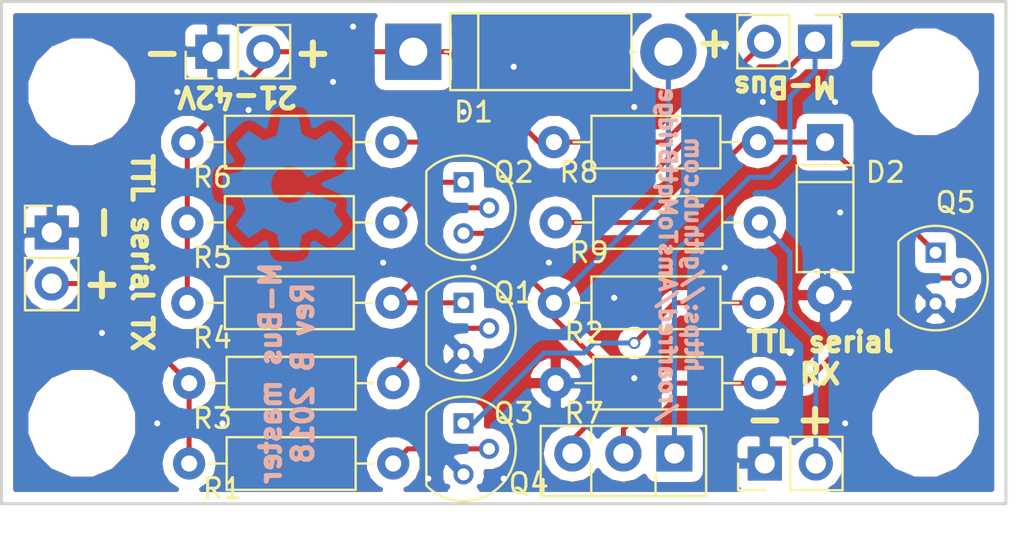
<source format=kicad_pcb>
(kicad_pcb (version 4) (host pcbnew 4.0.7)

  (general
    (links 57)
    (no_connects 0)
    (area 99.924999 99.924999 150.075001 125.075001)
    (thickness 1.6)
    (drawings 18)
    (tracks 73)
    (zones 0)
    (modules 50)
    (nets 14)
  )

  (page A4)
  (layers
    (0 F.Cu signal)
    (31 B.Cu signal)
    (32 B.Adhes user)
    (33 F.Adhes user)
    (34 B.Paste user)
    (35 F.Paste user)
    (36 B.SilkS user)
    (37 F.SilkS user)
    (38 B.Mask user)
    (39 F.Mask user)
    (40 Dwgs.User user)
    (41 Cmts.User user)
    (42 Eco1.User user)
    (43 Eco2.User user)
    (44 Edge.Cuts user)
    (45 Margin user)
    (46 B.CrtYd user)
    (47 F.CrtYd user)
    (48 B.Fab user hide)
    (49 F.Fab user hide)
  )

  (setup
    (last_trace_width 0.25)
    (trace_clearance 0.2)
    (zone_clearance 0.508)
    (zone_45_only no)
    (trace_min 0.2)
    (segment_width 0.2)
    (edge_width 0.15)
    (via_size 0.6)
    (via_drill 0.4)
    (via_min_size 0.4)
    (via_min_drill 0.3)
    (uvia_size 0.3)
    (uvia_drill 0.1)
    (uvias_allowed no)
    (uvia_min_size 0.2)
    (uvia_min_drill 0.1)
    (pcb_text_width 0.3)
    (pcb_text_size 1.5 1.5)
    (mod_edge_width 0.15)
    (mod_text_size 1 1)
    (mod_text_width 0.15)
    (pad_size 0.6 0.6)
    (pad_drill 0.3)
    (pad_to_mask_clearance 0.2)
    (aux_axis_origin 0 0)
    (visible_elements FFFFFF7F)
    (pcbplotparams
      (layerselection 0x00030_80000001)
      (usegerberextensions false)
      (excludeedgelayer true)
      (linewidth 0.100000)
      (plotframeref false)
      (viasonmask false)
      (mode 1)
      (useauxorigin false)
      (hpglpennumber 1)
      (hpglpenspeed 20)
      (hpglpendiameter 15)
      (hpglpenoverlay 2)
      (psnegative false)
      (psa4output false)
      (plotreference true)
      (plotvalue true)
      (plotinvisibletext false)
      (padsonsilk false)
      (subtractmaskfromsilk false)
      (outputformat 5)
      (mirror false)
      (drillshape 0)
      (scaleselection 1)
      (outputdirectory ""))
  )

  (net 0 "")
  (net 1 /EXT_PWR)
  (net 2 GND)
  (net 3 "Net-(J1-Pad2)")
  (net 4 /MBus-)
  (net 5 "Net-(Q1-Pad2)")
  (net 6 "Net-(Q1-Pad1)")
  (net 7 "Net-(Q2-Pad1)")
  (net 8 "Net-(D1-Pad2)")
  (net 9 "Net-(D2-Pad1)")
  (net 10 "Net-(J4-Pad2)")
  (net 11 "Net-(Q3-Pad2)")
  (net 12 "Net-(Q3-Pad1)")
  (net 13 "Net-(Q4-Pad2)")

  (net_class Default "This is the default net class."
    (clearance 0.2)
    (trace_width 0.25)
    (via_dia 0.6)
    (via_drill 0.4)
    (uvia_dia 0.3)
    (uvia_drill 0.1)
    (add_net /EXT_PWR)
    (add_net /MBus-)
    (add_net GND)
    (add_net "Net-(D1-Pad2)")
    (add_net "Net-(D2-Pad1)")
    (add_net "Net-(J1-Pad2)")
    (add_net "Net-(J4-Pad2)")
    (add_net "Net-(Q1-Pad1)")
    (add_net "Net-(Q1-Pad2)")
    (add_net "Net-(Q2-Pad1)")
    (add_net "Net-(Q3-Pad1)")
    (add_net "Net-(Q3-Pad2)")
    (add_net "Net-(Q4-Pad2)")
  )

  (module LOGO (layer B.Cu) (tedit 0) (tstamp 5A949B4E)
    (at 114 109.1 270)
    (solder_mask_margin 0.1)
    (solder_paste_margin 0.1)
    (clearance 0.1)
    (zone_connect 2)
    (fp_text reference G*** (at 0 -3.54076 270) (layer B.SilkS) hide
      (effects (font (size 0.3048 0.3048) (thickness 0.06096)) (justify mirror))
    )
    (fp_text value LOGO (at 0 3.54076 270) (layer B.SilkS) hide
      (effects (font (size 0.3048 0.3048) (thickness 0.06096)) (justify mirror))
    )
    (fp_poly (pts (xy -2.02438 -2.99974) (xy -1.98882 -2.97942) (xy -1.91008 -2.93116) (xy -1.79832 -2.8575)
      (xy -1.66624 -2.77114) (xy -1.53416 -2.6797) (xy -1.42494 -2.60858) (xy -1.34874 -2.55778)
      (xy -1.31826 -2.54) (xy -1.30048 -2.54762) (xy -1.23698 -2.5781) (xy -1.14808 -2.62382)
      (xy -1.09474 -2.65176) (xy -1.01092 -2.68732) (xy -0.96774 -2.69494) (xy -0.96266 -2.68478)
      (xy -0.93218 -2.62128) (xy -0.88392 -2.51206) (xy -0.82042 -2.36728) (xy -0.74676 -2.1971)
      (xy -0.67056 -2.01422) (xy -0.59182 -1.8288) (xy -0.51816 -1.651) (xy -0.45466 -1.49098)
      (xy -0.40132 -1.3589) (xy -0.36576 -1.27) (xy -0.35306 -1.2319) (xy -0.35814 -1.22174)
      (xy -0.39878 -1.1811) (xy -0.47244 -1.12776) (xy -0.62992 -0.99822) (xy -0.7874 -0.80518)
      (xy -0.88138 -0.5842) (xy -0.9144 -0.33782) (xy -0.88646 -0.10922) (xy -0.79756 0.10922)
      (xy -0.64516 0.3048) (xy -0.45974 0.45212) (xy -0.24384 0.54356) (xy 0 0.57404)
      (xy 0.23114 0.54864) (xy 0.45466 0.45974) (xy 0.65278 0.30988) (xy 0.7366 0.21336)
      (xy 0.8509 0.01524) (xy 0.9144 -0.19812) (xy 0.92202 -0.254) (xy 0.91186 -0.48768)
      (xy 0.84328 -0.7112) (xy 0.71882 -0.91186) (xy 0.54864 -1.07696) (xy 0.52578 -1.0922)
      (xy 0.44704 -1.15316) (xy 0.3937 -1.1938) (xy 0.35052 -1.22682) (xy 0.65024 -1.94564)
      (xy 0.6985 -2.05994) (xy 0.77978 -2.25806) (xy 0.8509 -2.4257) (xy 0.90932 -2.56032)
      (xy 0.94996 -2.65176) (xy 0.96774 -2.68732) (xy 0.96774 -2.68986) (xy 0.99568 -2.69494)
      (xy 1.04902 -2.67462) (xy 1.15062 -2.62636) (xy 1.21666 -2.5908) (xy 1.29286 -2.55524)
      (xy 1.32842 -2.54) (xy 1.35636 -2.55778) (xy 1.43002 -2.6035) (xy 1.5367 -2.67462)
      (xy 1.66624 -2.76352) (xy 1.78816 -2.84734) (xy 1.89992 -2.921) (xy 1.9812 -2.97434)
      (xy 2.02184 -2.99466) (xy 2.02692 -2.99466) (xy 2.06248 -2.97434) (xy 2.12852 -2.921)
      (xy 2.22504 -2.82956) (xy 2.36474 -2.6924) (xy 2.38506 -2.66954) (xy 2.49936 -2.55524)
      (xy 2.5908 -2.45872) (xy 2.6543 -2.3876) (xy 2.67716 -2.35712) (xy 2.67716 -2.35712)
      (xy 2.65684 -2.31902) (xy 2.6035 -2.2352) (xy 2.52984 -2.1209) (xy 2.4384 -1.98882)
      (xy 2.19964 -1.64338) (xy 2.33172 -1.31572) (xy 2.37236 -1.21666) (xy 2.42316 -1.09474)
      (xy 2.46126 -1.00838) (xy 2.47904 -0.97028) (xy 2.5146 -0.95758) (xy 2.6035 -0.93726)
      (xy 2.73304 -0.90932) (xy 2.88798 -0.88138) (xy 3.0353 -0.85344) (xy 3.16738 -0.82804)
      (xy 3.2639 -0.81026) (xy 3.30708 -0.80264) (xy 3.31724 -0.79502) (xy 3.3274 -0.7747)
      (xy 3.33248 -0.72898) (xy 3.33502 -0.6477) (xy 3.33756 -0.5207) (xy 3.33756 -0.33782)
      (xy 3.33756 -0.3175) (xy 3.33502 -0.14224) (xy 3.33248 -0.00254) (xy 3.3274 0.0889)
      (xy 3.32232 0.12446) (xy 3.32232 0.12446) (xy 3.27914 0.13462) (xy 3.18516 0.15494)
      (xy 3.05308 0.18034) (xy 2.8956 0.21082) (xy 2.88544 0.21336) (xy 2.72796 0.24384)
      (xy 2.59334 0.27178) (xy 2.5019 0.2921) (xy 2.4638 0.3048) (xy 2.45364 0.31496)
      (xy 2.42316 0.37846) (xy 2.37744 0.47498) (xy 2.3241 0.59436) (xy 2.2733 0.71882)
      (xy 2.23012 0.83058) (xy 2.19964 0.9144) (xy 2.18948 0.9525) (xy 2.18948 0.9525)
      (xy 2.21488 0.9906) (xy 2.26822 1.07188) (xy 2.34442 1.18618) (xy 2.4384 1.3208)
      (xy 2.44348 1.33096) (xy 2.53492 1.46304) (xy 2.60858 1.57734) (xy 2.65684 1.65862)
      (xy 2.67716 1.69418) (xy 2.67462 1.69672) (xy 2.64668 1.73482) (xy 2.5781 1.81102)
      (xy 2.48158 1.91262) (xy 2.36474 2.032) (xy 2.32664 2.06756) (xy 2.1971 2.19456)
      (xy 2.10566 2.27838) (xy 2.04978 2.32156) (xy 2.02438 2.33172) (xy 2.02184 2.33172)
      (xy 1.9812 2.30632) (xy 1.89738 2.25044) (xy 1.78308 2.17424) (xy 1.64846 2.0828)
      (xy 1.6383 2.07518) (xy 1.50622 1.98374) (xy 1.39446 1.91008) (xy 1.31572 1.85674)
      (xy 1.28016 1.83642) (xy 1.27508 1.83642) (xy 1.2192 1.85166) (xy 1.12522 1.88468)
      (xy 1.00838 1.9304) (xy 0.88392 1.9812) (xy 0.77216 2.02692) (xy 0.68834 2.06502)
      (xy 0.65024 2.08788) (xy 0.6477 2.09042) (xy 0.635 2.13868) (xy 0.61214 2.23774)
      (xy 0.58166 2.3749) (xy 0.55118 2.54) (xy 0.5461 2.5654) (xy 0.51562 2.72542)
      (xy 0.49022 2.85496) (xy 0.47244 2.9464) (xy 0.46228 2.9845) (xy 0.43942 2.98958)
      (xy 0.36322 2.99466) (xy 0.24384 2.9972) (xy 0.1016 2.99974) (xy -0.0508 2.99974)
      (xy -0.19812 2.99466) (xy -0.32258 2.99212) (xy -0.41402 2.9845) (xy -0.45212 2.97688)
      (xy -0.45212 2.97434) (xy -0.46736 2.92608) (xy -0.48768 2.82702) (xy -0.51562 2.68732)
      (xy -0.54864 2.52476) (xy -0.55372 2.49428) (xy -0.5842 2.3368) (xy -0.6096 2.20726)
      (xy -0.62992 2.11582) (xy -0.64008 2.08026) (xy -0.65278 2.07264) (xy -0.71882 2.0447)
      (xy -0.8255 2.00152) (xy -0.95758 1.94818) (xy -1.26238 1.82372) (xy -1.6383 2.08026)
      (xy -1.67132 2.10312) (xy -1.80594 2.1971) (xy -1.9177 2.27076) (xy -1.9939 2.31902)
      (xy -2.02692 2.3368) (xy -2.02946 2.3368) (xy -2.06756 2.30378) (xy -2.14122 2.2352)
      (xy -2.24282 2.13614) (xy -2.35966 2.01676) (xy -2.44856 1.9304) (xy -2.55016 1.82626)
      (xy -2.6162 1.75514) (xy -2.65176 1.70942) (xy -2.66446 1.68148) (xy -2.66192 1.6637)
      (xy -2.63652 1.6256) (xy -2.58318 1.54178) (xy -2.50444 1.43002) (xy -2.413 1.2954)
      (xy -2.33934 1.18618) (xy -2.25806 1.05918) (xy -2.20472 0.97028) (xy -2.18694 0.9271)
      (xy -2.19202 0.90678) (xy -2.21742 0.83566) (xy -2.2606 0.7239) (xy -2.31902 0.59182)
      (xy -2.44856 0.29464) (xy -2.6416 0.25654) (xy -2.76098 0.23622) (xy -2.92608 0.2032)
      (xy -3.08356 0.17272) (xy -3.32994 0.12446) (xy -3.33756 -0.77978) (xy -3.29946 -0.79502)
      (xy -3.2639 -0.80518) (xy -3.17246 -0.8255) (xy -3.04292 -0.8509) (xy -2.88798 -0.87884)
      (xy -2.75844 -0.90424) (xy -2.62636 -0.92964) (xy -2.52984 -0.94742) (xy -2.4892 -0.95758)
      (xy -2.47904 -0.97028) (xy -2.44602 -1.03378) (xy -2.39776 -1.13538) (xy -2.34696 -1.2573)
      (xy -2.29362 -1.3843) (xy -2.2479 -1.50114) (xy -2.21488 -1.59004) (xy -2.20218 -1.6383)
      (xy -2.21996 -1.67132) (xy -2.27076 -1.75006) (xy -2.34188 -1.85928) (xy -2.43332 -1.99136)
      (xy -2.52222 -2.1209) (xy -2.59842 -2.2352) (xy -2.64922 -2.31394) (xy -2.67208 -2.35204)
      (xy -2.66192 -2.37744) (xy -2.60858 -2.44094) (xy -2.50952 -2.54254) (xy -2.3622 -2.68732)
      (xy -2.33934 -2.71018) (xy -2.2225 -2.82448) (xy -2.12344 -2.91592) (xy -2.05486 -2.97688)
      (xy -2.02438 -2.99974)) (layer B.Cu) (width 0.00254))
  )

  (module AmsToMqttBridge:VIA-0.6mm (layer F.Cu) (tedit 5A9448FF) (tstamp 5A9CC27B)
    (at 125.5 103.25)
    (fp_text reference REF** (at 0 1.27) (layer F.SilkS) hide
      (effects (font (size 1 1) (thickness 0.15)))
    )
    (fp_text value VIA-0.6mm (at 0 -1.27) (layer F.Fab) hide
      (effects (font (size 1 1) (thickness 0.15)))
    )
    (pad " " thru_hole circle (at 0 0) (size 0.6 0.6) (drill 0.3) (layers *.Cu)
      (net 2 GND) (zone_connect 2))
  )

  (module AmsToMqttBridge:VIA-0.6mm (layer F.Cu) (tedit 5A9448FF) (tstamp 5A9CC26C)
    (at 117.5 101.25)
    (fp_text reference REF** (at 0 1.27) (layer F.SilkS) hide
      (effects (font (size 1 1) (thickness 0.15)))
    )
    (fp_text value VIA-0.6mm (at 0 -1.27) (layer F.Fab) hide
      (effects (font (size 1 1) (thickness 0.15)))
    )
    (pad " " thru_hole circle (at 0 0) (size 0.6 0.6) (drill 0.3) (layers *.Cu)
      (net 2 GND) (zone_connect 2))
  )

  (module AmsToMqttBridge:VIA-0.6mm (layer F.Cu) (tedit 5A9448FF) (tstamp 5A9CC267)
    (at 116.5 104)
    (fp_text reference REF** (at 0 1.27) (layer F.SilkS) hide
      (effects (font (size 1 1) (thickness 0.15)))
    )
    (fp_text value VIA-0.6mm (at 0 -1.27) (layer F.Fab) hide
      (effects (font (size 1 1) (thickness 0.15)))
    )
    (pad " " thru_hole circle (at 0 0) (size 0.6 0.6) (drill 0.3) (layers *.Cu)
      (net 2 GND) (zone_connect 2))
  )

  (module AmsToMqttBridge:VIA-0.6mm (layer F.Cu) (tedit 5A9448FF) (tstamp 5A9CC25D)
    (at 119 113)
    (fp_text reference REF** (at 0 1.27) (layer F.SilkS) hide
      (effects (font (size 1 1) (thickness 0.15)))
    )
    (fp_text value VIA-0.6mm (at 0 -1.27) (layer F.Fab) hide
      (effects (font (size 1 1) (thickness 0.15)))
    )
    (pad " " thru_hole circle (at 0 0) (size 0.6 0.6) (drill 0.3) (layers *.Cu)
      (net 2 GND) (zone_connect 2))
  )

  (module AmsToMqttBridge:VIA-0.6mm (layer F.Cu) (tedit 5A9448FF) (tstamp 5A9CC249)
    (at 130.5 114.75)
    (fp_text reference REF** (at 0 1.27) (layer F.SilkS) hide
      (effects (font (size 1 1) (thickness 0.15)))
    )
    (fp_text value VIA-0.6mm (at 0 -1.27) (layer F.Fab) hide
      (effects (font (size 1 1) (thickness 0.15)))
    )
    (pad " " thru_hole circle (at 0 0) (size 0.6 0.6) (drill 0.3) (layers *.Cu)
      (net 2 GND) (zone_connect 2))
  )

  (module AmsToMqttBridge:VIA-0.6mm (layer F.Cu) (tedit 5A9448FF) (tstamp 5A9CC245)
    (at 131.5 118.75)
    (fp_text reference REF** (at 0 1.27) (layer F.SilkS) hide
      (effects (font (size 1 1) (thickness 0.15)))
    )
    (fp_text value VIA-0.6mm (at 0 -1.27) (layer F.Fab) hide
      (effects (font (size 1 1) (thickness 0.15)))
    )
    (pad " " thru_hole circle (at 0 0) (size 0.6 0.6) (drill 0.3) (layers *.Cu)
      (net 2 GND) (zone_connect 2))
  )

  (module AmsToMqttBridge:VIA-0.6mm (layer F.Cu) (tedit 5A9448FF) (tstamp 5A9CC240)
    (at 136 113.25)
    (fp_text reference REF** (at 0 1.27) (layer F.SilkS) hide
      (effects (font (size 1 1) (thickness 0.15)))
    )
    (fp_text value VIA-0.6mm (at 0 -1.27) (layer F.Fab) hide
      (effects (font (size 1 1) (thickness 0.15)))
    )
    (pad " " thru_hole circle (at 0 0) (size 0.6 0.6) (drill 0.3) (layers *.Cu)
      (net 2 GND) (zone_connect 2))
  )

  (module AmsToMqttBridge:VIA-0.6mm (layer F.Cu) (tedit 5A9448FF) (tstamp 5A9CC23B)
    (at 137.9 105)
    (fp_text reference REF** (at 0 1.27) (layer F.SilkS) hide
      (effects (font (size 1 1) (thickness 0.15)))
    )
    (fp_text value VIA-0.6mm (at 0 -1.27) (layer F.Fab) hide
      (effects (font (size 1 1) (thickness 0.15)))
    )
    (pad " " thru_hole circle (at 0 0) (size 0.6 0.6) (drill 0.3) (layers *.Cu)
      (net 2 GND) (zone_connect 2))
  )

  (module AmsToMqttBridge:VIA-0.6mm (layer F.Cu) (tedit 5A9448FF) (tstamp 5A9CC203)
    (at 142 121)
    (fp_text reference REF** (at 0 1.27) (layer F.SilkS) hide
      (effects (font (size 1 1) (thickness 0.15)))
    )
    (fp_text value VIA-0.6mm (at 0 -1.27) (layer F.Fab) hide
      (effects (font (size 1 1) (thickness 0.15)))
    )
    (pad " " thru_hole circle (at 0 0) (size 0.6 0.6) (drill 0.3) (layers *.Cu)
      (net 2 GND) (zone_connect 2))
  )

  (module AmsToMqttBridge:VIA-0.6mm (layer F.Cu) (tedit 5A9448FF) (tstamp 5A9CC1FE)
    (at 139.25 117.5)
    (fp_text reference REF** (at 0 1.27) (layer F.SilkS) hide
      (effects (font (size 1 1) (thickness 0.15)))
    )
    (fp_text value VIA-0.6mm (at 0 -1.27) (layer F.Fab) hide
      (effects (font (size 1 1) (thickness 0.15)))
    )
    (pad " " thru_hole circle (at 0 0) (size 0.6 0.6) (drill 0.3) (layers *.Cu)
      (net 2 GND) (zone_connect 2))
  )

  (module AmsToMqttBridge:VIA-0.6mm (layer F.Cu) (tedit 5A9448FF) (tstamp 5A9CC1F9)
    (at 125 123.75)
    (fp_text reference REF** (at 0 1.27) (layer F.SilkS) hide
      (effects (font (size 1 1) (thickness 0.15)))
    )
    (fp_text value VIA-0.6mm (at 0 -1.27) (layer F.Fab) hide
      (effects (font (size 1 1) (thickness 0.15)))
    )
    (pad " " thru_hole circle (at 0 0) (size 0.6 0.6) (drill 0.3) (layers *.Cu)
      (net 2 GND) (zone_connect 2))
  )

  (module AmsToMqttBridge:VIA-0.6mm (layer F.Cu) (tedit 5A9448FF) (tstamp 5A9CC1F1)
    (at 121.25 123.75)
    (fp_text reference REF** (at 0 1.27) (layer F.SilkS) hide
      (effects (font (size 1 1) (thickness 0.15)))
    )
    (fp_text value VIA-0.6mm (at 0 -1.27) (layer F.Fab) hide
      (effects (font (size 1 1) (thickness 0.15)))
    )
    (pad " " thru_hole circle (at 0 0) (size 0.6 0.6) (drill 0.3) (layers *.Cu)
      (net 2 GND) (zone_connect 2))
  )

  (module AmsToMqttBridge:VIA-0.6mm (layer F.Cu) (tedit 5A9448FF) (tstamp 5A9CC1DB)
    (at 123.5 113.25)
    (fp_text reference REF** (at 0 1.27) (layer F.SilkS) hide
      (effects (font (size 1 1) (thickness 0.15)))
    )
    (fp_text value VIA-0.6mm (at 0 -1.27) (layer F.Fab) hide
      (effects (font (size 1 1) (thickness 0.15)))
    )
    (pad " " thru_hole circle (at 0 0) (size 0.6 0.6) (drill 0.3) (layers *.Cu)
      (net 2 GND) (zone_connect 2))
  )

  (module AmsToMqttBridge:VIA-0.6mm (layer F.Cu) (tedit 5A9448FF) (tstamp 5A9CC1D6)
    (at 106.5 114.25)
    (fp_text reference REF** (at 0 1.27) (layer F.SilkS) hide
      (effects (font (size 1 1) (thickness 0.15)))
    )
    (fp_text value VIA-0.6mm (at 0 -1.27) (layer F.Fab) hide
      (effects (font (size 1 1) (thickness 0.15)))
    )
    (pad " " thru_hole circle (at 0 0) (size 0.6 0.6) (drill 0.3) (layers *.Cu)
      (net 2 GND) (zone_connect 2))
  )

  (module AmsToMqttBridge:VIA-0.6mm (layer F.Cu) (tedit 5A9448FF) (tstamp 5A9CC1D1)
    (at 105 116.5)
    (fp_text reference REF** (at 0 1.27) (layer F.SilkS) hide
      (effects (font (size 1 1) (thickness 0.15)))
    )
    (fp_text value VIA-0.6mm (at 0 -1.27) (layer F.Fab) hide
      (effects (font (size 1 1) (thickness 0.15)))
    )
    (pad " " thru_hole circle (at 0 0) (size 0.6 0.6) (drill 0.3) (layers *.Cu)
      (net 2 GND) (zone_connect 2))
  )

  (module AmsToMqttBridge:VIA-0.6mm (layer F.Cu) (tedit 5A9448FF) (tstamp 5A9CC1CC)
    (at 111 121)
    (fp_text reference REF** (at 0 1.27) (layer F.SilkS) hide
      (effects (font (size 1 1) (thickness 0.15)))
    )
    (fp_text value VIA-0.6mm (at 0 -1.27) (layer F.Fab) hide
      (effects (font (size 1 1) (thickness 0.15)))
    )
    (pad " " thru_hole circle (at 0 0) (size 0.6 0.6) (drill 0.3) (layers *.Cu)
      (net 2 GND) (zone_connect 2))
  )

  (module AmsToMqttBridge:VIA-0.6mm (layer F.Cu) (tedit 5A9448FF) (tstamp 5A9CC1C7)
    (at 107.75 121)
    (fp_text reference REF** (at 0 1.27) (layer F.SilkS) hide
      (effects (font (size 1 1) (thickness 0.15)))
    )
    (fp_text value VIA-0.6mm (at 0 -1.27) (layer F.Fab) hide
      (effects (font (size 1 1) (thickness 0.15)))
    )
    (pad " " thru_hole circle (at 0 0) (size 0.6 0.6) (drill 0.3) (layers *.Cu)
      (net 2 GND) (zone_connect 2))
  )

  (module AmsToMqttBridge:VIA-0.6mm (layer F.Cu) (tedit 5A9448FF) (tstamp 5A9CC1C3)
    (at 108.75 104.5)
    (fp_text reference REF** (at 0 1.27) (layer F.SilkS) hide
      (effects (font (size 1 1) (thickness 0.15)))
    )
    (fp_text value VIA-0.6mm (at 0 -1.27) (layer F.Fab) hide
      (effects (font (size 1 1) (thickness 0.15)))
    )
    (pad " " thru_hole circle (at 0 0) (size 0.6 0.6) (drill 0.3) (layers *.Cu)
      (net 2 GND) (zone_connect 2))
  )

  (module AmsToMqttBridge:VIA-0.6mm (layer F.Cu) (tedit 5A9448FF) (tstamp 5A9CC1BE)
    (at 112.3 105.4)
    (fp_text reference REF** (at 0 1.27) (layer F.SilkS) hide
      (effects (font (size 1 1) (thickness 0.15)))
    )
    (fp_text value VIA-0.6mm (at 0 -1.27) (layer F.Fab) hide
      (effects (font (size 1 1) (thickness 0.15)))
    )
    (pad " " thru_hole circle (at 0 0) (size 0.6 0.6) (drill 0.3) (layers *.Cu)
      (net 2 GND) (zone_connect 2))
  )

  (module AmsToMqttBridge:VIA-0.6mm (layer F.Cu) (tedit 5A9448FF) (tstamp 5A9CC1B9)
    (at 127.25 113)
    (fp_text reference REF** (at 0 1.27) (layer F.SilkS) hide
      (effects (font (size 1 1) (thickness 0.15)))
    )
    (fp_text value VIA-0.6mm (at 0 -1.27) (layer F.Fab) hide
      (effects (font (size 1 1) (thickness 0.15)))
    )
    (pad " " thru_hole circle (at 0 0) (size 0.6 0.6) (drill 0.3) (layers *.Cu)
      (net 2 GND) (zone_connect 2))
  )

  (module AmsToMqttBridge:VIA-0.6mm (layer F.Cu) (tedit 5A9448FF) (tstamp 5A9CC1B4)
    (at 123 105.5)
    (fp_text reference REF** (at 0 1.27) (layer F.SilkS) hide
      (effects (font (size 1 1) (thickness 0.15)))
    )
    (fp_text value VIA-0.6mm (at 0 -1.27) (layer F.Fab) hide
      (effects (font (size 1 1) (thickness 0.15)))
    )
    (pad " " thru_hole circle (at 0 0) (size 0.6 0.6) (drill 0.3) (layers *.Cu)
      (net 2 GND) (zone_connect 2))
  )

  (module AmsToMqttBridge:VIA-0.6mm (layer F.Cu) (tedit 5A9448FF) (tstamp 5A9CC1A5)
    (at 141.75 110.5)
    (fp_text reference REF** (at 0 1.27) (layer F.SilkS) hide
      (effects (font (size 1 1) (thickness 0.15)))
    )
    (fp_text value VIA-0.6mm (at 0 -1.27) (layer F.Fab) hide
      (effects (font (size 1 1) (thickness 0.15)))
    )
    (pad " " thru_hole circle (at 0 0) (size 0.6 0.6) (drill 0.3) (layers *.Cu)
      (net 2 GND) (zone_connect 2))
  )

  (module AmsToMqttBridge:VIA-0.6mm (layer F.Cu) (tedit 5A9448FF) (tstamp 5A9CC1A0)
    (at 141.5 105)
    (fp_text reference REF** (at 0 1.27) (layer F.SilkS) hide
      (effects (font (size 1 1) (thickness 0.15)))
    )
    (fp_text value VIA-0.6mm (at 0 -1.27) (layer F.Fab) hide
      (effects (font (size 1 1) (thickness 0.15)))
    )
    (pad " " thru_hole circle (at 0 0) (size 0.6 0.6) (drill 0.3) (layers *.Cu)
      (net 2 GND) (zone_connect 2))
  )

  (module AmsToMqttBridge:VIA-0.6mm (layer F.Cu) (tedit 5A9448FF) (tstamp 5A9CC18E)
    (at 136 102.25)
    (fp_text reference REF** (at 0 1.27) (layer F.SilkS) hide
      (effects (font (size 1 1) (thickness 0.15)))
    )
    (fp_text value VIA-0.6mm (at 0 -1.27) (layer F.Fab) hide
      (effects (font (size 1 1) (thickness 0.15)))
    )
    (pad " " thru_hole circle (at 0 0) (size 0.6 0.6) (drill 0.3) (layers *.Cu)
      (net 2 GND) (zone_connect 2))
  )

  (module TO_SOT_Packages_THT:TO-92_Molded_Narrow (layer F.Cu) (tedit 5A933D0D) (tstamp 5A70DE79)
    (at 123 115 270)
    (descr "TO-92 leads molded, narrow, drill 0.6mm (see NXP sot054_po.pdf)")
    (tags "to-92 sc-43 sc-43a sot54 PA33 transistor")
    (path /5A92F34B)
    (fp_text reference Q1 (at -0.5 -2.5 360) (layer F.SilkS)
      (effects (font (size 1 1) (thickness 0.15)))
    )
    (fp_text value BC337 (at 1.27 2.79 270) (layer F.Fab) hide
      (effects (font (size 1 1) (thickness 0.15)))
    )
    (fp_text user %R (at 1.27 -3.56 270) (layer F.Fab)
      (effects (font (size 1 1) (thickness 0.15)))
    )
    (fp_line (start -0.53 1.85) (end 3.07 1.85) (layer F.SilkS) (width 0.12))
    (fp_line (start -0.5 1.75) (end 3 1.75) (layer F.Fab) (width 0.1))
    (fp_line (start -1.46 -2.73) (end 4 -2.73) (layer F.CrtYd) (width 0.05))
    (fp_line (start -1.46 -2.73) (end -1.46 2.01) (layer F.CrtYd) (width 0.05))
    (fp_line (start 4 2.01) (end 4 -2.73) (layer F.CrtYd) (width 0.05))
    (fp_line (start 4 2.01) (end -1.46 2.01) (layer F.CrtYd) (width 0.05))
    (fp_arc (start 1.27 0) (end 1.27 -2.48) (angle 135) (layer F.Fab) (width 0.1))
    (fp_arc (start 1.27 0) (end 1.27 -2.6) (angle -135) (layer F.SilkS) (width 0.12))
    (fp_arc (start 1.27 0) (end 1.27 -2.48) (angle -135) (layer F.Fab) (width 0.1))
    (fp_arc (start 1.27 0) (end 1.27 -2.6) (angle 135) (layer F.SilkS) (width 0.12))
    (pad 2 thru_hole circle (at 1.27 -1.27) (size 1 1) (drill 0.6) (layers *.Cu *.Mask)
      (net 5 "Net-(Q1-Pad2)"))
    (pad 3 thru_hole circle (at 2.54 0) (size 1 1) (drill 0.6) (layers *.Cu *.Mask)
      (net 2 GND))
    (pad 1 thru_hole rect (at 0 0) (size 1 1) (drill 0.6) (layers *.Cu *.Mask)
      (net 6 "Net-(Q1-Pad1)"))
    (model ${KISYS3DMOD}/TO_SOT_Packages_THT.3dshapes/TO-92_Molded_Narrow.wrl
      (at (xyz 0.05 0 0))
      (scale (xyz 1 1 1))
      (rotate (xyz 0 0 -90))
    )
  )

  (module TO_SOT_Packages_THT:TO-92_Molded_Narrow (layer F.Cu) (tedit 5A933D07) (tstamp 5A70DE80)
    (at 123 109 270)
    (descr "TO-92 leads molded, narrow, drill 0.6mm (see NXP sot054_po.pdf)")
    (tags "to-92 sc-43 sc-43a sot54 PA33 transistor")
    (path /5A92F825)
    (fp_text reference Q2 (at -0.5 -2.5 360) (layer F.SilkS)
      (effects (font (size 1 1) (thickness 0.15)))
    )
    (fp_text value BC337 (at 1.27 2.79 270) (layer F.Fab) hide
      (effects (font (size 1 1) (thickness 0.15)))
    )
    (fp_text user %R (at 1.27 -3.56 270) (layer F.Fab)
      (effects (font (size 1 1) (thickness 0.15)))
    )
    (fp_line (start -0.53 1.85) (end 3.07 1.85) (layer F.SilkS) (width 0.12))
    (fp_line (start -0.5 1.75) (end 3 1.75) (layer F.Fab) (width 0.1))
    (fp_line (start -1.46 -2.73) (end 4 -2.73) (layer F.CrtYd) (width 0.05))
    (fp_line (start -1.46 -2.73) (end -1.46 2.01) (layer F.CrtYd) (width 0.05))
    (fp_line (start 4 2.01) (end 4 -2.73) (layer F.CrtYd) (width 0.05))
    (fp_line (start 4 2.01) (end -1.46 2.01) (layer F.CrtYd) (width 0.05))
    (fp_arc (start 1.27 0) (end 1.27 -2.48) (angle 135) (layer F.Fab) (width 0.1))
    (fp_arc (start 1.27 0) (end 1.27 -2.6) (angle -135) (layer F.SilkS) (width 0.12))
    (fp_arc (start 1.27 0) (end 1.27 -2.48) (angle -135) (layer F.Fab) (width 0.1))
    (fp_arc (start 1.27 0) (end 1.27 -2.6) (angle 135) (layer F.SilkS) (width 0.12))
    (pad 2 thru_hole circle (at 1.27 -1.27) (size 1 1) (drill 0.6) (layers *.Cu *.Mask)
      (net 6 "Net-(Q1-Pad1)"))
    (pad 3 thru_hole circle (at 2.54 0) (size 1 1) (drill 0.6) (layers *.Cu *.Mask)
      (net 8 "Net-(D1-Pad2)"))
    (pad 1 thru_hole rect (at 0 0) (size 1 1) (drill 0.6) (layers *.Cu *.Mask)
      (net 7 "Net-(Q2-Pad1)"))
    (model ${KISYS3DMOD}/TO_SOT_Packages_THT.3dshapes/TO-92_Molded_Narrow.wrl
      (at (xyz 0.05 0 0))
      (scale (xyz 1 1 1))
      (rotate (xyz 0 0 -90))
    )
  )

  (module TO_SOT_Packages_THT:TO-92_Molded_Narrow (layer F.Cu) (tedit 5A933D12) (tstamp 5A70DE87)
    (at 123 121 270)
    (descr "TO-92 leads molded, narrow, drill 0.6mm (see NXP sot054_po.pdf)")
    (tags "to-92 sc-43 sc-43a sot54 PA33 transistor")
    (path /5A6C58F3)
    (fp_text reference Q3 (at -0.5 -2.5 360) (layer F.SilkS)
      (effects (font (size 1 1) (thickness 0.15)))
    )
    (fp_text value BC337 (at 1.27 2.79 270) (layer F.Fab) hide
      (effects (font (size 1 1) (thickness 0.15)))
    )
    (fp_text user %R (at 1.27 -3.56 270) (layer F.Fab)
      (effects (font (size 1 1) (thickness 0.15)))
    )
    (fp_line (start -0.53 1.85) (end 3.07 1.85) (layer F.SilkS) (width 0.12))
    (fp_line (start -0.5 1.75) (end 3 1.75) (layer F.Fab) (width 0.1))
    (fp_line (start -1.46 -2.73) (end 4 -2.73) (layer F.CrtYd) (width 0.05))
    (fp_line (start -1.46 -2.73) (end -1.46 2.01) (layer F.CrtYd) (width 0.05))
    (fp_line (start 4 2.01) (end 4 -2.73) (layer F.CrtYd) (width 0.05))
    (fp_line (start 4 2.01) (end -1.46 2.01) (layer F.CrtYd) (width 0.05))
    (fp_arc (start 1.27 0) (end 1.27 -2.48) (angle 135) (layer F.Fab) (width 0.1))
    (fp_arc (start 1.27 0) (end 1.27 -2.6) (angle -135) (layer F.SilkS) (width 0.12))
    (fp_arc (start 1.27 0) (end 1.27 -2.48) (angle -135) (layer F.Fab) (width 0.1))
    (fp_arc (start 1.27 0) (end 1.27 -2.6) (angle 135) (layer F.SilkS) (width 0.12))
    (pad 2 thru_hole circle (at 1.27 -1.27) (size 1 1) (drill 0.6) (layers *.Cu *.Mask)
      (net 11 "Net-(Q3-Pad2)"))
    (pad 3 thru_hole circle (at 2.54 0) (size 1 1) (drill 0.6) (layers *.Cu *.Mask)
      (net 2 GND))
    (pad 1 thru_hole rect (at 0 0) (size 1 1) (drill 0.6) (layers *.Cu *.Mask)
      (net 12 "Net-(Q3-Pad1)"))
    (model ${KISYS3DMOD}/TO_SOT_Packages_THT.3dshapes/TO-92_Molded_Narrow.wrl
      (at (xyz 0.05 0 0))
      (scale (xyz 1 1 1))
      (rotate (xyz 0 0 -90))
    )
  )

  (module TO_SOT_Packages_THT:TO-126_Vertical (layer F.Cu) (tedit 5A934200) (tstamp 5A70DE8E)
    (at 133.5 122.5 180)
    (descr "TO-126, Vertical, RM 2.54mm")
    (tags "TO-126 Vertical RM 2.54mm")
    (path /5A6C614C)
    (fp_text reference Q4 (at 7.25 -1.5 360) (layer F.SilkS)
      (effects (font (size 1 1) (thickness 0.15)))
    )
    (fp_text value BD136 (at 2.54 3.27 180) (layer F.Fab) hide
      (effects (font (size 1 1) (thickness 0.15)))
    )
    (fp_text user %R (at 2.54 -3.12 180) (layer F.Fab)
      (effects (font (size 1 1) (thickness 0.15)))
    )
    (fp_line (start -1.46 -2) (end -1.46 1.25) (layer F.Fab) (width 0.1))
    (fp_line (start -1.46 1.25) (end 6.54 1.25) (layer F.Fab) (width 0.1))
    (fp_line (start 6.54 1.25) (end 6.54 -2) (layer F.Fab) (width 0.1))
    (fp_line (start 6.54 -2) (end -1.46 -2) (layer F.Fab) (width 0.1))
    (fp_line (start 0.94 -2) (end 0.94 1.25) (layer F.Fab) (width 0.1))
    (fp_line (start 4.14 -2) (end 4.14 1.25) (layer F.Fab) (width 0.1))
    (fp_line (start -1.58 -2.12) (end 6.66 -2.12) (layer F.SilkS) (width 0.12))
    (fp_line (start -1.58 1.37) (end 6.66 1.37) (layer F.SilkS) (width 0.12))
    (fp_line (start -1.58 -2.12) (end -1.58 1.37) (layer F.SilkS) (width 0.12))
    (fp_line (start 6.66 -2.12) (end 6.66 1.37) (layer F.SilkS) (width 0.12))
    (fp_line (start 0.94 -2.12) (end 0.94 -1.05) (layer F.SilkS) (width 0.12))
    (fp_line (start 0.94 1.05) (end 0.94 1.37) (layer F.SilkS) (width 0.12))
    (fp_line (start 4.141 -2.12) (end 4.141 -0.54) (layer F.SilkS) (width 0.12))
    (fp_line (start 4.141 0.54) (end 4.141 1.37) (layer F.SilkS) (width 0.12))
    (fp_line (start -1.71 -2.25) (end -1.71 1.5) (layer F.CrtYd) (width 0.05))
    (fp_line (start -1.71 1.5) (end 6.79 1.5) (layer F.CrtYd) (width 0.05))
    (fp_line (start 6.79 1.5) (end 6.79 -2.25) (layer F.CrtYd) (width 0.05))
    (fp_line (start 6.79 -2.25) (end -1.71 -2.25) (layer F.CrtYd) (width 0.05))
    (pad 1 thru_hole rect (at 0 0 180) (size 1.8 1.8) (drill 1) (layers *.Cu *.Mask)
      (net 4 /MBus-))
    (pad 2 thru_hole oval (at 2.54 0 180) (size 1.8 1.8) (drill 1) (layers *.Cu *.Mask)
      (net 13 "Net-(Q4-Pad2)"))
    (pad 3 thru_hole oval (at 5.08 0 180) (size 1.8 1.8) (drill 1) (layers *.Cu *.Mask)
      (net 8 "Net-(D1-Pad2)"))
    (model ${KISYS3DMOD}/TO_SOT_Packages_THT.3dshapes/TO-126_Vertical.wrl
      (at (xyz 0.1 0 0))
      (scale (xyz 1 1 1))
      (rotate (xyz 0 0 0))
    )
  )

  (module Resistors_THT:R_Axial_DIN0207_L6.3mm_D2.5mm_P10.16mm_Horizontal (layer F.Cu) (tedit 5A934327) (tstamp 5A70E319)
    (at 119.5 123 180)
    (descr "Resistor, Axial_DIN0207 series, Axial, Horizontal, pin pitch=10.16mm, 0.25W = 1/4W, length*diameter=6.3*2.5mm^2, http://cdn-reichelt.de/documents/datenblatt/B400/1_4W%23YAG.pdf")
    (tags "Resistor Axial_DIN0207 series Axial Horizontal pin pitch 10.16mm 0.25W = 1/4W length 6.3mm diameter 2.5mm")
    (path /5A6C5956)
    (fp_text reference R1 (at 8.5 -1.25 360) (layer F.SilkS)
      (effects (font (size 1 1) (thickness 0.15)))
    )
    (fp_text value 10k (at 5 0 180) (layer F.Fab)
      (effects (font (size 1 1) (thickness 0.15)))
    )
    (fp_line (start 1.93 -1.25) (end 1.93 1.25) (layer F.Fab) (width 0.1))
    (fp_line (start 1.93 1.25) (end 8.23 1.25) (layer F.Fab) (width 0.1))
    (fp_line (start 8.23 1.25) (end 8.23 -1.25) (layer F.Fab) (width 0.1))
    (fp_line (start 8.23 -1.25) (end 1.93 -1.25) (layer F.Fab) (width 0.1))
    (fp_line (start 0 0) (end 1.93 0) (layer F.Fab) (width 0.1))
    (fp_line (start 10.16 0) (end 8.23 0) (layer F.Fab) (width 0.1))
    (fp_line (start 1.87 -1.31) (end 1.87 1.31) (layer F.SilkS) (width 0.12))
    (fp_line (start 1.87 1.31) (end 8.29 1.31) (layer F.SilkS) (width 0.12))
    (fp_line (start 8.29 1.31) (end 8.29 -1.31) (layer F.SilkS) (width 0.12))
    (fp_line (start 8.29 -1.31) (end 1.87 -1.31) (layer F.SilkS) (width 0.12))
    (fp_line (start 0.98 0) (end 1.87 0) (layer F.SilkS) (width 0.12))
    (fp_line (start 9.18 0) (end 8.29 0) (layer F.SilkS) (width 0.12))
    (fp_line (start -1.05 -1.6) (end -1.05 1.6) (layer F.CrtYd) (width 0.05))
    (fp_line (start -1.05 1.6) (end 11.25 1.6) (layer F.CrtYd) (width 0.05))
    (fp_line (start 11.25 1.6) (end 11.25 -1.6) (layer F.CrtYd) (width 0.05))
    (fp_line (start 11.25 -1.6) (end -1.05 -1.6) (layer F.CrtYd) (width 0.05))
    (pad 1 thru_hole circle (at 0 0 180) (size 1.6 1.6) (drill 0.8) (layers *.Cu *.Mask)
      (net 11 "Net-(Q3-Pad2)"))
    (pad 2 thru_hole oval (at 10.16 0 180) (size 1.6 1.6) (drill 0.8) (layers *.Cu *.Mask)
      (net 3 "Net-(J1-Pad2)"))
    (model ${KISYS3DMOD}/Resistors_THT.3dshapes/R_Axial_DIN0207_L6.3mm_D2.5mm_P10.16mm_Horizontal.wrl
      (at (xyz 0 0 0))
      (scale (xyz 0.393701 0.393701 0.393701))
      (rotate (xyz 0 0 0))
    )
  )

  (module Resistors_THT:R_Axial_DIN0207_L6.3mm_D2.5mm_P10.16mm_Horizontal (layer F.Cu) (tedit 5A933DBE) (tstamp 5A70E31E)
    (at 127.5 115)
    (descr "Resistor, Axial_DIN0207 series, Axial, Horizontal, pin pitch=10.16mm, 0.25W = 1/4W, length*diameter=6.3*2.5mm^2, http://cdn-reichelt.de/documents/datenblatt/B400/1_4W%23YAG.pdf")
    (tags "Resistor Axial_DIN0207 series Axial Horizontal pin pitch 10.16mm 0.25W = 1/4W length 6.3mm diameter 2.5mm")
    (path /5A92EF05)
    (fp_text reference R2 (at 1.5 1.5 180) (layer F.SilkS)
      (effects (font (size 1 1) (thickness 0.15)))
    )
    (fp_text value 8.2k (at 5.5 0) (layer F.Fab)
      (effects (font (size 1 1) (thickness 0.15)))
    )
    (fp_line (start 1.93 -1.25) (end 1.93 1.25) (layer F.Fab) (width 0.1))
    (fp_line (start 1.93 1.25) (end 8.23 1.25) (layer F.Fab) (width 0.1))
    (fp_line (start 8.23 1.25) (end 8.23 -1.25) (layer F.Fab) (width 0.1))
    (fp_line (start 8.23 -1.25) (end 1.93 -1.25) (layer F.Fab) (width 0.1))
    (fp_line (start 0 0) (end 1.93 0) (layer F.Fab) (width 0.1))
    (fp_line (start 10.16 0) (end 8.23 0) (layer F.Fab) (width 0.1))
    (fp_line (start 1.87 -1.31) (end 1.87 1.31) (layer F.SilkS) (width 0.12))
    (fp_line (start 1.87 1.31) (end 8.29 1.31) (layer F.SilkS) (width 0.12))
    (fp_line (start 8.29 1.31) (end 8.29 -1.31) (layer F.SilkS) (width 0.12))
    (fp_line (start 8.29 -1.31) (end 1.87 -1.31) (layer F.SilkS) (width 0.12))
    (fp_line (start 0.98 0) (end 1.87 0) (layer F.SilkS) (width 0.12))
    (fp_line (start 9.18 0) (end 8.29 0) (layer F.SilkS) (width 0.12))
    (fp_line (start -1.05 -1.6) (end -1.05 1.6) (layer F.CrtYd) (width 0.05))
    (fp_line (start -1.05 1.6) (end 11.25 1.6) (layer F.CrtYd) (width 0.05))
    (fp_line (start 11.25 1.6) (end 11.25 -1.6) (layer F.CrtYd) (width 0.05))
    (fp_line (start 11.25 -1.6) (end -1.05 -1.6) (layer F.CrtYd) (width 0.05))
    (pad 1 thru_hole circle (at 0 0) (size 1.6 1.6) (drill 0.8) (layers *.Cu *.Mask)
      (net 8 "Net-(D1-Pad2)"))
    (pad 2 thru_hole oval (at 10.16 0) (size 1.6 1.6) (drill 0.8) (layers *.Cu *.Mask)
      (net 12 "Net-(Q3-Pad1)"))
    (model ${KISYS3DMOD}/Resistors_THT.3dshapes/R_Axial_DIN0207_L6.3mm_D2.5mm_P10.16mm_Horizontal.wrl
      (at (xyz 0 0 0))
      (scale (xyz 0.393701 0.393701 0.393701))
      (rotate (xyz 0 0 0))
    )
  )

  (module Resistors_THT:R_Axial_DIN0207_L6.3mm_D2.5mm_P10.16mm_Horizontal (layer F.Cu) (tedit 5A933CD1) (tstamp 5A70E323)
    (at 119.5 119 180)
    (descr "Resistor, Axial_DIN0207 series, Axial, Horizontal, pin pitch=10.16mm, 0.25W = 1/4W, length*diameter=6.3*2.5mm^2, http://cdn-reichelt.de/documents/datenblatt/B400/1_4W%23YAG.pdf")
    (tags "Resistor Axial_DIN0207 series Axial Horizontal pin pitch 10.16mm 0.25W = 1/4W length 6.3mm diameter 2.5mm")
    (path /5A92F5C3)
    (fp_text reference R3 (at 9 -1.75 180) (layer F.SilkS)
      (effects (font (size 1 1) (thickness 0.15)))
    )
    (fp_text value 10k (at 5 0 180) (layer F.Fab)
      (effects (font (size 1 1) (thickness 0.15)))
    )
    (fp_line (start 1.93 -1.25) (end 1.93 1.25) (layer F.Fab) (width 0.1))
    (fp_line (start 1.93 1.25) (end 8.23 1.25) (layer F.Fab) (width 0.1))
    (fp_line (start 8.23 1.25) (end 8.23 -1.25) (layer F.Fab) (width 0.1))
    (fp_line (start 8.23 -1.25) (end 1.93 -1.25) (layer F.Fab) (width 0.1))
    (fp_line (start 0 0) (end 1.93 0) (layer F.Fab) (width 0.1))
    (fp_line (start 10.16 0) (end 8.23 0) (layer F.Fab) (width 0.1))
    (fp_line (start 1.87 -1.31) (end 1.87 1.31) (layer F.SilkS) (width 0.12))
    (fp_line (start 1.87 1.31) (end 8.29 1.31) (layer F.SilkS) (width 0.12))
    (fp_line (start 8.29 1.31) (end 8.29 -1.31) (layer F.SilkS) (width 0.12))
    (fp_line (start 8.29 -1.31) (end 1.87 -1.31) (layer F.SilkS) (width 0.12))
    (fp_line (start 0.98 0) (end 1.87 0) (layer F.SilkS) (width 0.12))
    (fp_line (start 9.18 0) (end 8.29 0) (layer F.SilkS) (width 0.12))
    (fp_line (start -1.05 -1.6) (end -1.05 1.6) (layer F.CrtYd) (width 0.05))
    (fp_line (start -1.05 1.6) (end 11.25 1.6) (layer F.CrtYd) (width 0.05))
    (fp_line (start 11.25 1.6) (end 11.25 -1.6) (layer F.CrtYd) (width 0.05))
    (fp_line (start 11.25 -1.6) (end -1.05 -1.6) (layer F.CrtYd) (width 0.05))
    (pad 1 thru_hole circle (at 0 0 180) (size 1.6 1.6) (drill 0.8) (layers *.Cu *.Mask)
      (net 5 "Net-(Q1-Pad2)"))
    (pad 2 thru_hole oval (at 10.16 0 180) (size 1.6 1.6) (drill 0.8) (layers *.Cu *.Mask)
      (net 3 "Net-(J1-Pad2)"))
    (model ${KISYS3DMOD}/Resistors_THT.3dshapes/R_Axial_DIN0207_L6.3mm_D2.5mm_P10.16mm_Horizontal.wrl
      (at (xyz 0 0 0))
      (scale (xyz 0.393701 0.393701 0.393701))
      (rotate (xyz 0 0 0))
    )
  )

  (module Resistors_THT:R_Axial_DIN0207_L6.3mm_D2.5mm_P10.16mm_Horizontal (layer F.Cu) (tedit 5A933CD7) (tstamp 5A70E328)
    (at 109.25 115)
    (descr "Resistor, Axial_DIN0207 series, Axial, Horizontal, pin pitch=10.16mm, 0.25W = 1/4W, length*diameter=6.3*2.5mm^2, http://cdn-reichelt.de/documents/datenblatt/B400/1_4W%23YAG.pdf")
    (tags "Resistor Axial_DIN0207 series Axial Horizontal pin pitch 10.16mm 0.25W = 1/4W length 6.3mm diameter 2.5mm")
    (path /5A92F359)
    (fp_text reference R4 (at 1.25 1.75 180) (layer F.SilkS)
      (effects (font (size 1 1) (thickness 0.15)))
    )
    (fp_text value 10k (at 5.25 0) (layer F.Fab)
      (effects (font (size 1 1) (thickness 0.15)))
    )
    (fp_line (start 1.93 -1.25) (end 1.93 1.25) (layer F.Fab) (width 0.1))
    (fp_line (start 1.93 1.25) (end 8.23 1.25) (layer F.Fab) (width 0.1))
    (fp_line (start 8.23 1.25) (end 8.23 -1.25) (layer F.Fab) (width 0.1))
    (fp_line (start 8.23 -1.25) (end 1.93 -1.25) (layer F.Fab) (width 0.1))
    (fp_line (start 0 0) (end 1.93 0) (layer F.Fab) (width 0.1))
    (fp_line (start 10.16 0) (end 8.23 0) (layer F.Fab) (width 0.1))
    (fp_line (start 1.87 -1.31) (end 1.87 1.31) (layer F.SilkS) (width 0.12))
    (fp_line (start 1.87 1.31) (end 8.29 1.31) (layer F.SilkS) (width 0.12))
    (fp_line (start 8.29 1.31) (end 8.29 -1.31) (layer F.SilkS) (width 0.12))
    (fp_line (start 8.29 -1.31) (end 1.87 -1.31) (layer F.SilkS) (width 0.12))
    (fp_line (start 0.98 0) (end 1.87 0) (layer F.SilkS) (width 0.12))
    (fp_line (start 9.18 0) (end 8.29 0) (layer F.SilkS) (width 0.12))
    (fp_line (start -1.05 -1.6) (end -1.05 1.6) (layer F.CrtYd) (width 0.05))
    (fp_line (start -1.05 1.6) (end 11.25 1.6) (layer F.CrtYd) (width 0.05))
    (fp_line (start 11.25 1.6) (end 11.25 -1.6) (layer F.CrtYd) (width 0.05))
    (fp_line (start 11.25 -1.6) (end -1.05 -1.6) (layer F.CrtYd) (width 0.05))
    (pad 1 thru_hole circle (at 0 0) (size 1.6 1.6) (drill 0.8) (layers *.Cu *.Mask)
      (net 1 /EXT_PWR))
    (pad 2 thru_hole oval (at 10.16 0) (size 1.6 1.6) (drill 0.8) (layers *.Cu *.Mask)
      (net 6 "Net-(Q1-Pad1)"))
    (model ${KISYS3DMOD}/Resistors_THT.3dshapes/R_Axial_DIN0207_L6.3mm_D2.5mm_P10.16mm_Horizontal.wrl
      (at (xyz 0 0 0))
      (scale (xyz 0.393701 0.393701 0.393701))
      (rotate (xyz 0 0 0))
    )
  )

  (module Resistors_THT:R_Axial_DIN0207_L6.3mm_D2.5mm_P10.16mm_Horizontal (layer F.Cu) (tedit 5A933CAF) (tstamp 5A70E32D)
    (at 109.25 111)
    (descr "Resistor, Axial_DIN0207 series, Axial, Horizontal, pin pitch=10.16mm, 0.25W = 1/4W, length*diameter=6.3*2.5mm^2, http://cdn-reichelt.de/documents/datenblatt/B400/1_4W%23YAG.pdf")
    (tags "Resistor Axial_DIN0207 series Axial Horizontal pin pitch 10.16mm 0.25W = 1/4W length 6.3mm diameter 2.5mm")
    (path /5A92F832)
    (fp_text reference R5 (at 1.25 1.75 180) (layer F.SilkS)
      (effects (font (size 1 1) (thickness 0.15)))
    )
    (fp_text value 10k (at 4.75 0) (layer F.Fab)
      (effects (font (size 1 1) (thickness 0.15)))
    )
    (fp_line (start 1.93 -1.25) (end 1.93 1.25) (layer F.Fab) (width 0.1))
    (fp_line (start 1.93 1.25) (end 8.23 1.25) (layer F.Fab) (width 0.1))
    (fp_line (start 8.23 1.25) (end 8.23 -1.25) (layer F.Fab) (width 0.1))
    (fp_line (start 8.23 -1.25) (end 1.93 -1.25) (layer F.Fab) (width 0.1))
    (fp_line (start 0 0) (end 1.93 0) (layer F.Fab) (width 0.1))
    (fp_line (start 10.16 0) (end 8.23 0) (layer F.Fab) (width 0.1))
    (fp_line (start 1.87 -1.31) (end 1.87 1.31) (layer F.SilkS) (width 0.12))
    (fp_line (start 1.87 1.31) (end 8.29 1.31) (layer F.SilkS) (width 0.12))
    (fp_line (start 8.29 1.31) (end 8.29 -1.31) (layer F.SilkS) (width 0.12))
    (fp_line (start 8.29 -1.31) (end 1.87 -1.31) (layer F.SilkS) (width 0.12))
    (fp_line (start 0.98 0) (end 1.87 0) (layer F.SilkS) (width 0.12))
    (fp_line (start 9.18 0) (end 8.29 0) (layer F.SilkS) (width 0.12))
    (fp_line (start -1.05 -1.6) (end -1.05 1.6) (layer F.CrtYd) (width 0.05))
    (fp_line (start -1.05 1.6) (end 11.25 1.6) (layer F.CrtYd) (width 0.05))
    (fp_line (start 11.25 1.6) (end 11.25 -1.6) (layer F.CrtYd) (width 0.05))
    (fp_line (start 11.25 -1.6) (end -1.05 -1.6) (layer F.CrtYd) (width 0.05))
    (pad 1 thru_hole circle (at 0 0) (size 1.6 1.6) (drill 0.8) (layers *.Cu *.Mask)
      (net 1 /EXT_PWR))
    (pad 2 thru_hole oval (at 10.16 0) (size 1.6 1.6) (drill 0.8) (layers *.Cu *.Mask)
      (net 7 "Net-(Q2-Pad1)"))
    (model ${KISYS3DMOD}/Resistors_THT.3dshapes/R_Axial_DIN0207_L6.3mm_D2.5mm_P10.16mm_Horizontal.wrl
      (at (xyz 0 0 0))
      (scale (xyz 0.393701 0.393701 0.393701))
      (rotate (xyz 0 0 0))
    )
  )

  (module Resistors_THT:R_Axial_DIN0207_L6.3mm_D2.5mm_P10.16mm_Horizontal (layer F.Cu) (tedit 5A933CE2) (tstamp 5A70E332)
    (at 109.25 107)
    (descr "Resistor, Axial_DIN0207 series, Axial, Horizontal, pin pitch=10.16mm, 0.25W = 1/4W, length*diameter=6.3*2.5mm^2, http://cdn-reichelt.de/documents/datenblatt/B400/1_4W%23YAG.pdf")
    (tags "Resistor Axial_DIN0207 series Axial Horizontal pin pitch 10.16mm 0.25W = 1/4W length 6.3mm diameter 2.5mm")
    (path /5A70E602)
    (fp_text reference R6 (at 1.25 1.75) (layer F.SilkS)
      (effects (font (size 1 1) (thickness 0.15)))
    )
    (fp_text value 220k (at 5 0) (layer F.Fab)
      (effects (font (size 1 1) (thickness 0.15)))
    )
    (fp_line (start 1.93 -1.25) (end 1.93 1.25) (layer F.Fab) (width 0.1))
    (fp_line (start 1.93 1.25) (end 8.23 1.25) (layer F.Fab) (width 0.1))
    (fp_line (start 8.23 1.25) (end 8.23 -1.25) (layer F.Fab) (width 0.1))
    (fp_line (start 8.23 -1.25) (end 1.93 -1.25) (layer F.Fab) (width 0.1))
    (fp_line (start 0 0) (end 1.93 0) (layer F.Fab) (width 0.1))
    (fp_line (start 10.16 0) (end 8.23 0) (layer F.Fab) (width 0.1))
    (fp_line (start 1.87 -1.31) (end 1.87 1.31) (layer F.SilkS) (width 0.12))
    (fp_line (start 1.87 1.31) (end 8.29 1.31) (layer F.SilkS) (width 0.12))
    (fp_line (start 8.29 1.31) (end 8.29 -1.31) (layer F.SilkS) (width 0.12))
    (fp_line (start 8.29 -1.31) (end 1.87 -1.31) (layer F.SilkS) (width 0.12))
    (fp_line (start 0.98 0) (end 1.87 0) (layer F.SilkS) (width 0.12))
    (fp_line (start 9.18 0) (end 8.29 0) (layer F.SilkS) (width 0.12))
    (fp_line (start -1.05 -1.6) (end -1.05 1.6) (layer F.CrtYd) (width 0.05))
    (fp_line (start -1.05 1.6) (end 11.25 1.6) (layer F.CrtYd) (width 0.05))
    (fp_line (start 11.25 1.6) (end 11.25 -1.6) (layer F.CrtYd) (width 0.05))
    (fp_line (start 11.25 -1.6) (end -1.05 -1.6) (layer F.CrtYd) (width 0.05))
    (pad 1 thru_hole circle (at 0 0) (size 1.6 1.6) (drill 0.8) (layers *.Cu *.Mask)
      (net 1 /EXT_PWR))
    (pad 2 thru_hole oval (at 10.16 0) (size 1.6 1.6) (drill 0.8) (layers *.Cu *.Mask)
      (net 4 /MBus-))
    (model ${KISYS3DMOD}/Resistors_THT.3dshapes/R_Axial_DIN0207_L6.3mm_D2.5mm_P10.16mm_Horizontal.wrl
      (at (xyz 0 0 0))
      (scale (xyz 0.393701 0.393701 0.393701))
      (rotate (xyz 0 0 0))
    )
  )

  (module Diodes_THT:D_5W_P12.70mm_Horizontal (layer F.Cu) (tedit 5A933E4F) (tstamp 5A931B8F)
    (at 120.5 102.5)
    (descr "D, 5W series, Axial, Horizontal, pin pitch=12.7mm, , length*diameter=8.9*3.7mm^2, , http://www.diodes.com/_files/packages/8686949.gif")
    (tags "D 5W series Axial Horizontal pin pitch 12.7mm  length 8.9mm diameter 3.7mm")
    (path /5A6C5A7F)
    (fp_text reference D1 (at 3 3) (layer F.SilkS)
      (effects (font (size 1 1) (thickness 0.15)))
    )
    (fp_text value 13V (at 6.5 0) (layer F.Fab)
      (effects (font (size 1 1) (thickness 0.15)))
    )
    (fp_text user %R (at 6.35 0) (layer F.Fab)
      (effects (font (size 1 1) (thickness 0.15)))
    )
    (fp_line (start 1.9 -1.85) (end 1.9 1.85) (layer F.Fab) (width 0.1))
    (fp_line (start 1.9 1.85) (end 10.8 1.85) (layer F.Fab) (width 0.1))
    (fp_line (start 10.8 1.85) (end 10.8 -1.85) (layer F.Fab) (width 0.1))
    (fp_line (start 10.8 -1.85) (end 1.9 -1.85) (layer F.Fab) (width 0.1))
    (fp_line (start 0 0) (end 1.9 0) (layer F.Fab) (width 0.1))
    (fp_line (start 12.7 0) (end 10.8 0) (layer F.Fab) (width 0.1))
    (fp_line (start 3.235 -1.85) (end 3.235 1.85) (layer F.Fab) (width 0.1))
    (fp_line (start 1.84 -1.91) (end 1.84 1.91) (layer F.SilkS) (width 0.12))
    (fp_line (start 1.84 1.91) (end 10.86 1.91) (layer F.SilkS) (width 0.12))
    (fp_line (start 10.86 1.91) (end 10.86 -1.91) (layer F.SilkS) (width 0.12))
    (fp_line (start 10.86 -1.91) (end 1.84 -1.91) (layer F.SilkS) (width 0.12))
    (fp_line (start 1.58 0) (end 1.84 0) (layer F.SilkS) (width 0.12))
    (fp_line (start 11.12 0) (end 10.86 0) (layer F.SilkS) (width 0.12))
    (fp_line (start 3.235 -1.91) (end 3.235 1.91) (layer F.SilkS) (width 0.12))
    (fp_line (start -1.65 -2.2) (end -1.65 2.2) (layer F.CrtYd) (width 0.05))
    (fp_line (start -1.65 2.2) (end 14.35 2.2) (layer F.CrtYd) (width 0.05))
    (fp_line (start 14.35 2.2) (end 14.35 -2.2) (layer F.CrtYd) (width 0.05))
    (fp_line (start 14.35 -2.2) (end -1.65 -2.2) (layer F.CrtYd) (width 0.05))
    (pad 1 thru_hole rect (at 0 0) (size 2.8 2.8) (drill 1.4) (layers *.Cu *.Mask)
      (net 1 /EXT_PWR))
    (pad 2 thru_hole oval (at 12.7 0) (size 2.8 2.8) (drill 1.4) (layers *.Cu *.Mask)
      (net 8 "Net-(D1-Pad2)"))
    (model ${KISYS3DMOD}/Diodes_THT.3dshapes/D_5W_P12.70mm_Horizontal.wrl
      (at (xyz 0 0 0))
      (scale (xyz 0.393701 0.393701 0.393701))
      (rotate (xyz 0 0 0))
    )
  )

  (module Diodes_THT:D_A-405_P7.62mm_Horizontal (layer F.Cu) (tedit 5A934066) (tstamp 5A931B99)
    (at 141 107 270)
    (descr "D, A-405 series, Axial, Horizontal, pin pitch=7.62mm, , length*diameter=5.2*2.7mm^2, , http://www.diodes.com/_files/packages/A-405.pdf")
    (tags "D A-405 series Axial Horizontal pin pitch 7.62mm  length 5.2mm diameter 2.7mm")
    (path /5A9323FA)
    (fp_text reference D2 (at 1.5 -3 360) (layer F.SilkS)
      (effects (font (size 1 1) (thickness 0.15)))
    )
    (fp_text value 4.7V (at 4 0 270) (layer F.Fab)
      (effects (font (size 1 1) (thickness 0.15)))
    )
    (fp_text user %R (at 3.81 0 270) (layer F.Fab)
      (effects (font (size 1 1) (thickness 0.15)))
    )
    (fp_line (start 1.21 -1.35) (end 1.21 1.35) (layer F.Fab) (width 0.1))
    (fp_line (start 1.21 1.35) (end 6.41 1.35) (layer F.Fab) (width 0.1))
    (fp_line (start 6.41 1.35) (end 6.41 -1.35) (layer F.Fab) (width 0.1))
    (fp_line (start 6.41 -1.35) (end 1.21 -1.35) (layer F.Fab) (width 0.1))
    (fp_line (start 0 0) (end 1.21 0) (layer F.Fab) (width 0.1))
    (fp_line (start 7.62 0) (end 6.41 0) (layer F.Fab) (width 0.1))
    (fp_line (start 1.99 -1.35) (end 1.99 1.35) (layer F.Fab) (width 0.1))
    (fp_line (start 1.15 -1.41) (end 1.15 1.41) (layer F.SilkS) (width 0.12))
    (fp_line (start 1.15 1.41) (end 6.47 1.41) (layer F.SilkS) (width 0.12))
    (fp_line (start 6.47 1.41) (end 6.47 -1.41) (layer F.SilkS) (width 0.12))
    (fp_line (start 6.47 -1.41) (end 1.15 -1.41) (layer F.SilkS) (width 0.12))
    (fp_line (start 1.08 0) (end 1.15 0) (layer F.SilkS) (width 0.12))
    (fp_line (start 6.54 0) (end 6.47 0) (layer F.SilkS) (width 0.12))
    (fp_line (start 1.99 -1.41) (end 1.99 1.41) (layer F.SilkS) (width 0.12))
    (fp_line (start -1.15 -1.7) (end -1.15 1.7) (layer F.CrtYd) (width 0.05))
    (fp_line (start -1.15 1.7) (end 8.8 1.7) (layer F.CrtYd) (width 0.05))
    (fp_line (start 8.8 1.7) (end 8.8 -1.7) (layer F.CrtYd) (width 0.05))
    (fp_line (start 8.8 -1.7) (end -1.15 -1.7) (layer F.CrtYd) (width 0.05))
    (pad 1 thru_hole rect (at 0 0 270) (size 1.8 1.8) (drill 0.9) (layers *.Cu *.Mask)
      (net 9 "Net-(D2-Pad1)"))
    (pad 2 thru_hole oval (at 7.62 0 270) (size 1.8 1.8) (drill 0.9) (layers *.Cu *.Mask)
      (net 2 GND))
    (model ${KISYS3DMOD}/Diodes_THT.3dshapes/D_A-405_P7.62mm_Horizontal.wrl
      (at (xyz 0 0 0))
      (scale (xyz 0.393701 0.393701 0.393701))
      (rotate (xyz 0 0 0))
    )
  )

  (module TO_SOT_Packages_THT:TO-92_Molded_Narrow (layer F.Cu) (tedit 5A934062) (tstamp 5A931BA6)
    (at 146.5 112.5 270)
    (descr "TO-92 leads molded, narrow, drill 0.6mm (see NXP sot054_po.pdf)")
    (tags "to-92 sc-43 sc-43a sot54 PA33 transistor")
    (path /5A931D4A)
    (fp_text reference Q5 (at -2.5 -1 360) (layer F.SilkS)
      (effects (font (size 1 1) (thickness 0.15)))
    )
    (fp_text value BC337 (at 1.27 2.79 270) (layer F.Fab) hide
      (effects (font (size 1 1) (thickness 0.15)))
    )
    (fp_text user %R (at 1.27 -3.56 270) (layer F.Fab)
      (effects (font (size 1 1) (thickness 0.15)))
    )
    (fp_line (start -0.53 1.85) (end 3.07 1.85) (layer F.SilkS) (width 0.12))
    (fp_line (start -0.5 1.75) (end 3 1.75) (layer F.Fab) (width 0.1))
    (fp_line (start -1.46 -2.73) (end 4 -2.73) (layer F.CrtYd) (width 0.05))
    (fp_line (start -1.46 -2.73) (end -1.46 2.01) (layer F.CrtYd) (width 0.05))
    (fp_line (start 4 2.01) (end 4 -2.73) (layer F.CrtYd) (width 0.05))
    (fp_line (start 4 2.01) (end -1.46 2.01) (layer F.CrtYd) (width 0.05))
    (fp_arc (start 1.27 0) (end 1.27 -2.48) (angle 135) (layer F.Fab) (width 0.1))
    (fp_arc (start 1.27 0) (end 1.27 -2.6) (angle -135) (layer F.SilkS) (width 0.12))
    (fp_arc (start 1.27 0) (end 1.27 -2.48) (angle -135) (layer F.Fab) (width 0.1))
    (fp_arc (start 1.27 0) (end 1.27 -2.6) (angle 135) (layer F.SilkS) (width 0.12))
    (pad 2 thru_hole circle (at 1.27 -1.27) (size 1 1) (drill 0.6) (layers *.Cu *.Mask)
      (net 13 "Net-(Q4-Pad2)"))
    (pad 3 thru_hole circle (at 2.54 0) (size 1 1) (drill 0.6) (layers *.Cu *.Mask)
      (net 2 GND))
    (pad 1 thru_hole rect (at 0 0) (size 1 1) (drill 0.6) (layers *.Cu *.Mask)
      (net 9 "Net-(D2-Pad1)"))
    (model ${KISYS3DMOD}/TO_SOT_Packages_THT.3dshapes/TO-92_Molded_Narrow.wrl
      (at (xyz 0.05 0 0))
      (scale (xyz 1 1 1))
      (rotate (xyz 0 0 -90))
    )
  )

  (module Resistors_THT:R_Axial_DIN0207_L6.3mm_D2.5mm_P10.16mm_Horizontal (layer F.Cu) (tedit 5A9341F7) (tstamp 5A931BAC)
    (at 137.75 119 180)
    (descr "Resistor, Axial_DIN0207 series, Axial, Horizontal, pin pitch=10.16mm, 0.25W = 1/4W, length*diameter=6.3*2.5mm^2, http://cdn-reichelt.de/documents/datenblatt/B400/1_4W%23YAG.pdf")
    (tags "Resistor Axial_DIN0207 series Axial Horizontal pin pitch 10.16mm 0.25W = 1/4W length 6.3mm diameter 2.5mm")
    (path /5A931949)
    (fp_text reference R7 (at 8.75 -1.5 180) (layer F.SilkS)
      (effects (font (size 1 1) (thickness 0.15)))
    )
    (fp_text value 82 (at 5 0 180) (layer F.Fab)
      (effects (font (size 1 1) (thickness 0.15)))
    )
    (fp_line (start 1.93 -1.25) (end 1.93 1.25) (layer F.Fab) (width 0.1))
    (fp_line (start 1.93 1.25) (end 8.23 1.25) (layer F.Fab) (width 0.1))
    (fp_line (start 8.23 1.25) (end 8.23 -1.25) (layer F.Fab) (width 0.1))
    (fp_line (start 8.23 -1.25) (end 1.93 -1.25) (layer F.Fab) (width 0.1))
    (fp_line (start 0 0) (end 1.93 0) (layer F.Fab) (width 0.1))
    (fp_line (start 10.16 0) (end 8.23 0) (layer F.Fab) (width 0.1))
    (fp_line (start 1.87 -1.31) (end 1.87 1.31) (layer F.SilkS) (width 0.12))
    (fp_line (start 1.87 1.31) (end 8.29 1.31) (layer F.SilkS) (width 0.12))
    (fp_line (start 8.29 1.31) (end 8.29 -1.31) (layer F.SilkS) (width 0.12))
    (fp_line (start 8.29 -1.31) (end 1.87 -1.31) (layer F.SilkS) (width 0.12))
    (fp_line (start 0.98 0) (end 1.87 0) (layer F.SilkS) (width 0.12))
    (fp_line (start 9.18 0) (end 8.29 0) (layer F.SilkS) (width 0.12))
    (fp_line (start -1.05 -1.6) (end -1.05 1.6) (layer F.CrtYd) (width 0.05))
    (fp_line (start -1.05 1.6) (end 11.25 1.6) (layer F.CrtYd) (width 0.05))
    (fp_line (start 11.25 1.6) (end 11.25 -1.6) (layer F.CrtYd) (width 0.05))
    (fp_line (start 11.25 -1.6) (end -1.05 -1.6) (layer F.CrtYd) (width 0.05))
    (pad 1 thru_hole circle (at 0 0 180) (size 1.6 1.6) (drill 0.8) (layers *.Cu *.Mask)
      (net 13 "Net-(Q4-Pad2)"))
    (pad 2 thru_hole oval (at 10.16 0 180) (size 1.6 1.6) (drill 0.8) (layers *.Cu *.Mask)
      (net 2 GND))
    (model ${KISYS3DMOD}/Resistors_THT.3dshapes/R_Axial_DIN0207_L6.3mm_D2.5mm_P10.16mm_Horizontal.wrl
      (at (xyz 0 0 0))
      (scale (xyz 0.393701 0.393701 0.393701))
      (rotate (xyz 0 0 0))
    )
  )

  (module Resistors_THT:R_Axial_DIN0207_L6.3mm_D2.5mm_P10.16mm_Horizontal (layer F.Cu) (tedit 5A933CF6) (tstamp 5A931BB2)
    (at 127.5 107)
    (descr "Resistor, Axial_DIN0207 series, Axial, Horizontal, pin pitch=10.16mm, 0.25W = 1/4W, length*diameter=6.3*2.5mm^2, http://cdn-reichelt.de/documents/datenblatt/B400/1_4W%23YAG.pdf")
    (tags "Resistor Axial_DIN0207 series Axial Horizontal pin pitch 10.16mm 0.25W = 1/4W length 6.3mm diameter 2.5mm")
    (path /5A9328A6)
    (fp_text reference R8 (at 1.25 1.5) (layer F.SilkS)
      (effects (font (size 1 1) (thickness 0.15)))
    )
    (fp_text value 10k (at 5 0) (layer F.Fab)
      (effects (font (size 1 1) (thickness 0.15)))
    )
    (fp_line (start 1.93 -1.25) (end 1.93 1.25) (layer F.Fab) (width 0.1))
    (fp_line (start 1.93 1.25) (end 8.23 1.25) (layer F.Fab) (width 0.1))
    (fp_line (start 8.23 1.25) (end 8.23 -1.25) (layer F.Fab) (width 0.1))
    (fp_line (start 8.23 -1.25) (end 1.93 -1.25) (layer F.Fab) (width 0.1))
    (fp_line (start 0 0) (end 1.93 0) (layer F.Fab) (width 0.1))
    (fp_line (start 10.16 0) (end 8.23 0) (layer F.Fab) (width 0.1))
    (fp_line (start 1.87 -1.31) (end 1.87 1.31) (layer F.SilkS) (width 0.12))
    (fp_line (start 1.87 1.31) (end 8.29 1.31) (layer F.SilkS) (width 0.12))
    (fp_line (start 8.29 1.31) (end 8.29 -1.31) (layer F.SilkS) (width 0.12))
    (fp_line (start 8.29 -1.31) (end 1.87 -1.31) (layer F.SilkS) (width 0.12))
    (fp_line (start 0.98 0) (end 1.87 0) (layer F.SilkS) (width 0.12))
    (fp_line (start 9.18 0) (end 8.29 0) (layer F.SilkS) (width 0.12))
    (fp_line (start -1.05 -1.6) (end -1.05 1.6) (layer F.CrtYd) (width 0.05))
    (fp_line (start -1.05 1.6) (end 11.25 1.6) (layer F.CrtYd) (width 0.05))
    (fp_line (start 11.25 1.6) (end 11.25 -1.6) (layer F.CrtYd) (width 0.05))
    (fp_line (start 11.25 -1.6) (end -1.05 -1.6) (layer F.CrtYd) (width 0.05))
    (pad 1 thru_hole circle (at 0 0) (size 1.6 1.6) (drill 0.8) (layers *.Cu *.Mask)
      (net 1 /EXT_PWR))
    (pad 2 thru_hole oval (at 10.16 0) (size 1.6 1.6) (drill 0.8) (layers *.Cu *.Mask)
      (net 9 "Net-(D2-Pad1)"))
    (model ${KISYS3DMOD}/Resistors_THT.3dshapes/R_Axial_DIN0207_L6.3mm_D2.5mm_P10.16mm_Horizontal.wrl
      (at (xyz 0 0 0))
      (scale (xyz 0.393701 0.393701 0.393701))
      (rotate (xyz 0 0 0))
    )
  )

  (module Resistors_THT:R_Axial_DIN0207_L6.3mm_D2.5mm_P10.16mm_Horizontal (layer F.Cu) (tedit 5A933CEC) (tstamp 5A931BB8)
    (at 137.75 111 180)
    (descr "Resistor, Axial_DIN0207 series, Axial, Horizontal, pin pitch=10.16mm, 0.25W = 1/4W, length*diameter=6.3*2.5mm^2, http://cdn-reichelt.de/documents/datenblatt/B400/1_4W%23YAG.pdf")
    (tags "Resistor Axial_DIN0207 series Axial Horizontal pin pitch 10.16mm 0.25W = 1/4W length 6.3mm diameter 2.5mm")
    (path /5A9325DE)
    (fp_text reference R9 (at 8.5 -1.5 180) (layer F.SilkS)
      (effects (font (size 1 1) (thickness 0.15)))
    )
    (fp_text value 1k (at 5 0 180) (layer F.Fab)
      (effects (font (size 1 1) (thickness 0.15)))
    )
    (fp_line (start 1.93 -1.25) (end 1.93 1.25) (layer F.Fab) (width 0.1))
    (fp_line (start 1.93 1.25) (end 8.23 1.25) (layer F.Fab) (width 0.1))
    (fp_line (start 8.23 1.25) (end 8.23 -1.25) (layer F.Fab) (width 0.1))
    (fp_line (start 8.23 -1.25) (end 1.93 -1.25) (layer F.Fab) (width 0.1))
    (fp_line (start 0 0) (end 1.93 0) (layer F.Fab) (width 0.1))
    (fp_line (start 10.16 0) (end 8.23 0) (layer F.Fab) (width 0.1))
    (fp_line (start 1.87 -1.31) (end 1.87 1.31) (layer F.SilkS) (width 0.12))
    (fp_line (start 1.87 1.31) (end 8.29 1.31) (layer F.SilkS) (width 0.12))
    (fp_line (start 8.29 1.31) (end 8.29 -1.31) (layer F.SilkS) (width 0.12))
    (fp_line (start 8.29 -1.31) (end 1.87 -1.31) (layer F.SilkS) (width 0.12))
    (fp_line (start 0.98 0) (end 1.87 0) (layer F.SilkS) (width 0.12))
    (fp_line (start 9.18 0) (end 8.29 0) (layer F.SilkS) (width 0.12))
    (fp_line (start -1.05 -1.6) (end -1.05 1.6) (layer F.CrtYd) (width 0.05))
    (fp_line (start -1.05 1.6) (end 11.25 1.6) (layer F.CrtYd) (width 0.05))
    (fp_line (start 11.25 1.6) (end 11.25 -1.6) (layer F.CrtYd) (width 0.05))
    (fp_line (start 11.25 -1.6) (end -1.05 -1.6) (layer F.CrtYd) (width 0.05))
    (pad 1 thru_hole circle (at 0 0 180) (size 1.6 1.6) (drill 0.8) (layers *.Cu *.Mask)
      (net 10 "Net-(J4-Pad2)"))
    (pad 2 thru_hole oval (at 10.16 0 180) (size 1.6 1.6) (drill 0.8) (layers *.Cu *.Mask)
      (net 9 "Net-(D2-Pad1)"))
    (model ${KISYS3DMOD}/Resistors_THT.3dshapes/R_Axial_DIN0207_L6.3mm_D2.5mm_P10.16mm_Horizontal.wrl
      (at (xyz 0 0 0))
      (scale (xyz 0.393701 0.393701 0.393701))
      (rotate (xyz 0 0 0))
    )
  )

  (module Mounting_Holes:MountingHole_4.3mm_M4_ISO14580 (layer F.Cu) (tedit 5A9339F2) (tstamp 5A97A7CD)
    (at 104 121)
    (descr "Mounting Hole 4.3mm, no annular, M4, ISO14580")
    (tags "mounting hole 4.3mm no annular m4 iso14580")
    (path /5A935470)
    (fp_text reference MK1 (at 0 -4.5) (layer F.SilkS) hide
      (effects (font (size 1 1) (thickness 0.15)))
    )
    (fp_text value Mounting_Hole (at 0 4.5) (layer F.Fab) hide
      (effects (font (size 1 1) (thickness 0.15)))
    )
    (fp_circle (center 0 0) (end 3.5 0) (layer Cmts.User) (width 0.15))
    (fp_circle (center 0 0) (end 3.75 0) (layer F.CrtYd) (width 0.05))
    (pad 1 np_thru_hole circle (at 0 0) (size 4.3 4.3) (drill 4.3) (layers *.Cu *.Mask))
  )

  (module Mounting_Holes:MountingHole_4.3mm_M4_ISO14580 (layer F.Cu) (tedit 5A933A09) (tstamp 5A97A7D2)
    (at 146 121)
    (descr "Mounting Hole 4.3mm, no annular, M4, ISO14580")
    (tags "mounting hole 4.3mm no annular m4 iso14580")
    (path /5A9354CC)
    (fp_text reference MK2 (at 0 -4.5) (layer F.SilkS) hide
      (effects (font (size 1 1) (thickness 0.15)))
    )
    (fp_text value Mounting_Hole (at 0 4.5) (layer F.Fab) hide
      (effects (font (size 1 1) (thickness 0.15)))
    )
    (fp_circle (center 0 0) (end 3.5 0) (layer Cmts.User) (width 0.15))
    (fp_circle (center 0 0) (end 3.75 0) (layer F.CrtYd) (width 0.05))
    (pad 1 np_thru_hole circle (at 0 0) (size 4.3 4.3) (drill 4.3) (layers *.Cu *.Mask))
  )

  (module Mounting_Holes:MountingHole_4.3mm_M4_ISO14580 (layer F.Cu) (tedit 5A933A00) (tstamp 5A97A7D7)
    (at 146 104)
    (descr "Mounting Hole 4.3mm, no annular, M4, ISO14580")
    (tags "mounting hole 4.3mm no annular m4 iso14580")
    (path /5A9353BE)
    (fp_text reference MK3 (at 0 -4.5) (layer F.SilkS) hide
      (effects (font (size 1 1) (thickness 0.15)))
    )
    (fp_text value Mounting_Hole (at 0 4.5) (layer F.Fab) hide
      (effects (font (size 1 1) (thickness 0.15)))
    )
    (fp_circle (center 0 0) (end 3.5 0) (layer Cmts.User) (width 0.15))
    (fp_circle (center 0 0) (end 3.75 0) (layer F.CrtYd) (width 0.05))
    (pad 1 np_thru_hole circle (at 0 0) (size 4.3 4.3) (drill 4.3) (layers *.Cu *.Mask))
  )

  (module Mounting_Holes:MountingHole_4.3mm_M4_ISO14580 (layer F.Cu) (tedit 5A9339EB) (tstamp 5A97A7DC)
    (at 104 104.5)
    (descr "Mounting Hole 4.3mm, no annular, M4, ISO14580")
    (tags "mounting hole 4.3mm no annular m4 iso14580")
    (path /5A935545)
    (fp_text reference MK4 (at 0 -4.5) (layer F.SilkS) hide
      (effects (font (size 1 1) (thickness 0.15)))
    )
    (fp_text value Mounting_Hole (at 0 4.5) (layer F.Fab) hide
      (effects (font (size 1 1) (thickness 0.15)))
    )
    (fp_circle (center 0 0) (end 3.5 0) (layer Cmts.User) (width 0.15))
    (fp_circle (center 0 0) (end 3.75 0) (layer F.CrtYd) (width 0.05))
    (pad 1 np_thru_hole circle (at 0 0) (size 4.3 4.3) (drill 4.3) (layers *.Cu *.Mask))
  )

  (module Pin_Headers:Pin_Header_Straight_1x02_Pitch2.54mm (layer F.Cu) (tedit 5A933A57) (tstamp 5A97A84F)
    (at 102.5 111.5)
    (descr "Through hole straight pin header, 1x02, 2.54mm pitch, single row")
    (tags "Through hole pin header THT 1x02 2.54mm single row")
    (path /5A6C56AB)
    (fp_text reference J1 (at 0 -2.33) (layer F.SilkS) hide
      (effects (font (size 1 1) (thickness 0.15)))
    )
    (fp_text value Conn_01x02 (at 0 4.87) (layer F.Fab) hide
      (effects (font (size 1 1) (thickness 0.15)))
    )
    (fp_line (start -0.635 -1.27) (end 1.27 -1.27) (layer F.Fab) (width 0.1))
    (fp_line (start 1.27 -1.27) (end 1.27 3.81) (layer F.Fab) (width 0.1))
    (fp_line (start 1.27 3.81) (end -1.27 3.81) (layer F.Fab) (width 0.1))
    (fp_line (start -1.27 3.81) (end -1.27 -0.635) (layer F.Fab) (width 0.1))
    (fp_line (start -1.27 -0.635) (end -0.635 -1.27) (layer F.Fab) (width 0.1))
    (fp_line (start -1.33 3.87) (end 1.33 3.87) (layer F.SilkS) (width 0.12))
    (fp_line (start -1.33 1.27) (end -1.33 3.87) (layer F.SilkS) (width 0.12))
    (fp_line (start 1.33 1.27) (end 1.33 3.87) (layer F.SilkS) (width 0.12))
    (fp_line (start -1.33 1.27) (end 1.33 1.27) (layer F.SilkS) (width 0.12))
    (fp_line (start -1.33 0) (end -1.33 -1.33) (layer F.SilkS) (width 0.12))
    (fp_line (start -1.33 -1.33) (end 0 -1.33) (layer F.SilkS) (width 0.12))
    (fp_line (start -1.8 -1.8) (end -1.8 4.35) (layer F.CrtYd) (width 0.05))
    (fp_line (start -1.8 4.35) (end 1.8 4.35) (layer F.CrtYd) (width 0.05))
    (fp_line (start 1.8 4.35) (end 1.8 -1.8) (layer F.CrtYd) (width 0.05))
    (fp_line (start 1.8 -1.8) (end -1.8 -1.8) (layer F.CrtYd) (width 0.05))
    (fp_text user %R (at 0 1.27 90) (layer F.Fab)
      (effects (font (size 1 1) (thickness 0.15)))
    )
    (pad 1 thru_hole rect (at 0 0) (size 1.7 1.7) (drill 1) (layers *.Cu *.Mask)
      (net 2 GND))
    (pad 2 thru_hole oval (at 0 2.54) (size 1.7 1.7) (drill 1) (layers *.Cu *.Mask)
      (net 3 "Net-(J1-Pad2)"))
    (model ${KISYS3DMOD}/Pin_Headers.3dshapes/Pin_Header_Straight_1x02_Pitch2.54mm.wrl
      (at (xyz 0 0 0))
      (scale (xyz 1 1 1))
      (rotate (xyz 0 0 0))
    )
  )

  (module Pin_Headers:Pin_Header_Straight_1x02_Pitch2.54mm (layer F.Cu) (tedit 5A933A5B) (tstamp 5A97A854)
    (at 110.5 102.5 90)
    (descr "Through hole straight pin header, 1x02, 2.54mm pitch, single row")
    (tags "Through hole pin header THT 1x02 2.54mm single row")
    (path /5A6C5520)
    (fp_text reference J2 (at 0 -2.33 90) (layer F.SilkS) hide
      (effects (font (size 1 1) (thickness 0.15)))
    )
    (fp_text value Conn_01x02 (at 0 4.87 90) (layer F.Fab) hide
      (effects (font (size 1 1) (thickness 0.15)))
    )
    (fp_line (start -0.635 -1.27) (end 1.27 -1.27) (layer F.Fab) (width 0.1))
    (fp_line (start 1.27 -1.27) (end 1.27 3.81) (layer F.Fab) (width 0.1))
    (fp_line (start 1.27 3.81) (end -1.27 3.81) (layer F.Fab) (width 0.1))
    (fp_line (start -1.27 3.81) (end -1.27 -0.635) (layer F.Fab) (width 0.1))
    (fp_line (start -1.27 -0.635) (end -0.635 -1.27) (layer F.Fab) (width 0.1))
    (fp_line (start -1.33 3.87) (end 1.33 3.87) (layer F.SilkS) (width 0.12))
    (fp_line (start -1.33 1.27) (end -1.33 3.87) (layer F.SilkS) (width 0.12))
    (fp_line (start 1.33 1.27) (end 1.33 3.87) (layer F.SilkS) (width 0.12))
    (fp_line (start -1.33 1.27) (end 1.33 1.27) (layer F.SilkS) (width 0.12))
    (fp_line (start -1.33 0) (end -1.33 -1.33) (layer F.SilkS) (width 0.12))
    (fp_line (start -1.33 -1.33) (end 0 -1.33) (layer F.SilkS) (width 0.12))
    (fp_line (start -1.8 -1.8) (end -1.8 4.35) (layer F.CrtYd) (width 0.05))
    (fp_line (start -1.8 4.35) (end 1.8 4.35) (layer F.CrtYd) (width 0.05))
    (fp_line (start 1.8 4.35) (end 1.8 -1.8) (layer F.CrtYd) (width 0.05))
    (fp_line (start 1.8 -1.8) (end -1.8 -1.8) (layer F.CrtYd) (width 0.05))
    (fp_text user %R (at 0 1.27 180) (layer F.Fab)
      (effects (font (size 1 1) (thickness 0.15)))
    )
    (pad 1 thru_hole rect (at 0 0 90) (size 1.7 1.7) (drill 1) (layers *.Cu *.Mask)
      (net 2 GND))
    (pad 2 thru_hole oval (at 0 2.54 90) (size 1.7 1.7) (drill 1) (layers *.Cu *.Mask)
      (net 1 /EXT_PWR))
    (model ${KISYS3DMOD}/Pin_Headers.3dshapes/Pin_Header_Straight_1x02_Pitch2.54mm.wrl
      (at (xyz 0 0 0))
      (scale (xyz 1 1 1))
      (rotate (xyz 0 0 0))
    )
  )

  (module Pin_Headers:Pin_Header_Straight_1x02_Pitch2.54mm (layer F.Cu) (tedit 5A933A61) (tstamp 5A97A859)
    (at 140.5 102 270)
    (descr "Through hole straight pin header, 1x02, 2.54mm pitch, single row")
    (tags "Through hole pin header THT 1x02 2.54mm single row")
    (path /5A6C5F4D)
    (fp_text reference J3 (at 0 -2.33 270) (layer F.SilkS) hide
      (effects (font (size 1 1) (thickness 0.15)))
    )
    (fp_text value Conn_01x02 (at 0 4.87 270) (layer F.Fab) hide
      (effects (font (size 1 1) (thickness 0.15)))
    )
    (fp_line (start -0.635 -1.27) (end 1.27 -1.27) (layer F.Fab) (width 0.1))
    (fp_line (start 1.27 -1.27) (end 1.27 3.81) (layer F.Fab) (width 0.1))
    (fp_line (start 1.27 3.81) (end -1.27 3.81) (layer F.Fab) (width 0.1))
    (fp_line (start -1.27 3.81) (end -1.27 -0.635) (layer F.Fab) (width 0.1))
    (fp_line (start -1.27 -0.635) (end -0.635 -1.27) (layer F.Fab) (width 0.1))
    (fp_line (start -1.33 3.87) (end 1.33 3.87) (layer F.SilkS) (width 0.12))
    (fp_line (start -1.33 1.27) (end -1.33 3.87) (layer F.SilkS) (width 0.12))
    (fp_line (start 1.33 1.27) (end 1.33 3.87) (layer F.SilkS) (width 0.12))
    (fp_line (start -1.33 1.27) (end 1.33 1.27) (layer F.SilkS) (width 0.12))
    (fp_line (start -1.33 0) (end -1.33 -1.33) (layer F.SilkS) (width 0.12))
    (fp_line (start -1.33 -1.33) (end 0 -1.33) (layer F.SilkS) (width 0.12))
    (fp_line (start -1.8 -1.8) (end -1.8 4.35) (layer F.CrtYd) (width 0.05))
    (fp_line (start -1.8 4.35) (end 1.8 4.35) (layer F.CrtYd) (width 0.05))
    (fp_line (start 1.8 4.35) (end 1.8 -1.8) (layer F.CrtYd) (width 0.05))
    (fp_line (start 1.8 -1.8) (end -1.8 -1.8) (layer F.CrtYd) (width 0.05))
    (fp_text user %R (at 0 1.27 360) (layer F.Fab)
      (effects (font (size 1 1) (thickness 0.15)))
    )
    (pad 1 thru_hole rect (at 0 0 270) (size 1.7 1.7) (drill 1) (layers *.Cu *.Mask)
      (net 4 /MBus-))
    (pad 2 thru_hole oval (at 0 2.54 270) (size 1.7 1.7) (drill 1) (layers *.Cu *.Mask)
      (net 1 /EXT_PWR))
    (model ${KISYS3DMOD}/Pin_Headers.3dshapes/Pin_Header_Straight_1x02_Pitch2.54mm.wrl
      (at (xyz 0 0 0))
      (scale (xyz 1 1 1))
      (rotate (xyz 0 0 0))
    )
  )

  (module Pin_Headers:Pin_Header_Straight_1x02_Pitch2.54mm (layer F.Cu) (tedit 5A933A67) (tstamp 5A97A85E)
    (at 138 123 90)
    (descr "Through hole straight pin header, 1x02, 2.54mm pitch, single row")
    (tags "Through hole pin header THT 1x02 2.54mm single row")
    (path /5A932150)
    (fp_text reference J4 (at 0 -2.33 90) (layer F.SilkS) hide
      (effects (font (size 1 1) (thickness 0.15)))
    )
    (fp_text value Conn_01x02 (at 0 4.87 90) (layer F.Fab) hide
      (effects (font (size 1 1) (thickness 0.15)))
    )
    (fp_line (start -0.635 -1.27) (end 1.27 -1.27) (layer F.Fab) (width 0.1))
    (fp_line (start 1.27 -1.27) (end 1.27 3.81) (layer F.Fab) (width 0.1))
    (fp_line (start 1.27 3.81) (end -1.27 3.81) (layer F.Fab) (width 0.1))
    (fp_line (start -1.27 3.81) (end -1.27 -0.635) (layer F.Fab) (width 0.1))
    (fp_line (start -1.27 -0.635) (end -0.635 -1.27) (layer F.Fab) (width 0.1))
    (fp_line (start -1.33 3.87) (end 1.33 3.87) (layer F.SilkS) (width 0.12))
    (fp_line (start -1.33 1.27) (end -1.33 3.87) (layer F.SilkS) (width 0.12))
    (fp_line (start 1.33 1.27) (end 1.33 3.87) (layer F.SilkS) (width 0.12))
    (fp_line (start -1.33 1.27) (end 1.33 1.27) (layer F.SilkS) (width 0.12))
    (fp_line (start -1.33 0) (end -1.33 -1.33) (layer F.SilkS) (width 0.12))
    (fp_line (start -1.33 -1.33) (end 0 -1.33) (layer F.SilkS) (width 0.12))
    (fp_line (start -1.8 -1.8) (end -1.8 4.35) (layer F.CrtYd) (width 0.05))
    (fp_line (start -1.8 4.35) (end 1.8 4.35) (layer F.CrtYd) (width 0.05))
    (fp_line (start 1.8 4.35) (end 1.8 -1.8) (layer F.CrtYd) (width 0.05))
    (fp_line (start 1.8 -1.8) (end -1.8 -1.8) (layer F.CrtYd) (width 0.05))
    (fp_text user %R (at 0 1.27 180) (layer F.Fab)
      (effects (font (size 1 1) (thickness 0.15)))
    )
    (pad 1 thru_hole rect (at 0 0 90) (size 1.7 1.7) (drill 1) (layers *.Cu *.Mask)
      (net 2 GND))
    (pad 2 thru_hole oval (at 0 2.54 90) (size 1.7 1.7) (drill 1) (layers *.Cu *.Mask)
      (net 10 "Net-(J4-Pad2)"))
    (model ${KISYS3DMOD}/Pin_Headers.3dshapes/Pin_Header_Straight_1x02_Pitch2.54mm.wrl
      (at (xyz 0 0 0))
      (scale (xyz 1 1 1))
      (rotate (xyz 0 0 0))
    )
  )

  (module AmsToMqttBridge:VIA-0.6mm (layer F.Cu) (tedit 5A9448FF) (tstamp 5A9CC175)
    (at 131.5 105.25)
    (fp_text reference REF** (at 0 1.27) (layer F.SilkS) hide
      (effects (font (size 1 1) (thickness 0.15)))
    )
    (fp_text value VIA-0.6mm (at 0 -1.27) (layer F.Fab) hide
      (effects (font (size 1 1) (thickness 0.15)))
    )
    (pad " " thru_hole circle (at 0 0) (size 0.6 0.6) (drill 0.3) (layers *.Cu)
      (net 2 GND) (zone_connect 2))
  )

  (gr_text "https://github.com\n/roarfred/AmsToMqttBridge" (at 133.8 112.6 270) (layer B.SilkS)
    (effects (font (size 0.8 0.8) (thickness 0.2)) (justify mirror))
  )
  (gr_text - (at 143 102) (layer F.SilkS)
    (effects (font (size 1.5 1.5) (thickness 0.3)))
  )
  (gr_text + (at 135.5 102) (layer F.SilkS)
    (effects (font (size 1.5 1.5) (thickness 0.3)))
  )
  (gr_text "TTL serial\nRX" (at 140.75 117.75) (layer F.SilkS)
    (effects (font (size 1 1) (thickness 0.25)))
  )
  (gr_text "M-Bus master\nRev B 2018\n" (at 114.2 118.5 90) (layer B.SilkS)
    (effects (font (size 1 1) (thickness 0.25)) (justify mirror))
  )
  (gr_text - (at 108 102.5) (layer F.SilkS)
    (effects (font (size 1.5 1.5) (thickness 0.3)))
  )
  (gr_text + (at 115.5 102.5) (layer F.SilkS)
    (effects (font (size 1.5 1.5) (thickness 0.3)))
  )
  (gr_text 21-42V (at 111.75 104.75 180) (layer F.SilkS)
    (effects (font (size 1 1) (thickness 0.25)))
  )
  (gr_text - (at 138 120.75) (layer F.SilkS)
    (effects (font (size 1.5 1.5) (thickness 0.3)))
  )
  (gr_text + (at 140.5 120.75) (layer F.SilkS)
    (effects (font (size 1.5 1.5) (thickness 0.3)))
  )
  (gr_text M-Bus (at 139 104.25 180) (layer F.SilkS)
    (effects (font (size 1 1) (thickness 0.25)))
  )
  (gr_text + (at 105 114) (layer F.SilkS)
    (effects (font (size 1.5 1.5) (thickness 0.3)))
  )
  (gr_text - (at 105 111 90) (layer F.SilkS)
    (effects (font (size 1.5 1.5) (thickness 0.3)))
  )
  (gr_text "TTL serial TX" (at 107 112.5 270) (layer F.SilkS)
    (effects (font (size 1 1) (thickness 0.25)))
  )
  (gr_line (start 100 100) (end 150 100) (angle 90) (layer Edge.Cuts) (width 0.15))
  (gr_line (start 150 100) (end 150 125) (angle 90) (layer Edge.Cuts) (width 0.15))
  (gr_line (start 100 100) (end 100 125) (angle 90) (layer Edge.Cuts) (width 0.15))
  (gr_line (start 100 125) (end 150 125) (angle 90) (layer Edge.Cuts) (width 0.15))

  (segment (start 127.5 107) (end 126.75 107) (width 0.25) (layer F.Cu) (net 1))
  (segment (start 126.75 107) (end 122.25 102.5) (width 0.25) (layer F.Cu) (net 1) (tstamp 5A9CC1E5))
  (segment (start 122.25 102.5) (end 120.5 102.5) (width 0.25) (layer F.Cu) (net 1) (tstamp 5A9CC1E6))
  (segment (start 127.5 107) (end 133 107) (width 0.25) (layer F.Cu) (net 1))
  (segment (start 133 107) (end 138 102) (width 0.25) (layer F.Cu) (net 1) (tstamp 5A943EE5))
  (segment (start 138 102) (end 137.96 102) (width 0.25) (layer F.Cu) (net 1) (tstamp 5A943EF0))
  (segment (start 109.25 111) (end 109.25 115) (width 0.25) (layer F.Cu) (net 1))
  (segment (start 109.25 107) (end 109.25 111) (width 0.25) (layer F.Cu) (net 1))
  (segment (start 113.04 102.5) (end 113.04 103.21) (width 0.25) (layer F.Cu) (net 1))
  (segment (start 113.04 103.21) (end 109.25 107) (width 0.25) (layer F.Cu) (net 1) (tstamp 5A943DFD))
  (segment (start 120.5 102.5) (end 113.04 102.5) (width 0.25) (layer F.Cu) (net 1))
  (segment (start 109.34 119) (end 109.34 123) (width 0.25) (layer F.Cu) (net 3))
  (segment (start 102.5 114.04) (end 104.38 114.04) (width 0.25) (layer F.Cu) (net 3))
  (segment (start 104.38 114.04) (end 109.34 119) (width 0.25) (layer F.Cu) (net 3) (tstamp 5A943E24))
  (segment (start 136.25 104.75) (end 137.75 103.25) (width 0.25) (layer F.Cu) (net 4))
  (segment (start 136.25 104.75) (end 132.5 108.5) (width 0.25) (layer F.Cu) (net 4) (tstamp 5A943EFD))
  (segment (start 132.5 108.5) (end 125.75 108.5) (width 0.25) (layer F.Cu) (net 4) (tstamp 5A943F0B))
  (segment (start 125.75 108.5) (end 124.25 107) (width 0.25) (layer F.Cu) (net 4) (tstamp 5A943F19))
  (segment (start 119.41 107) (end 124.25 107) (width 0.25) (layer F.Cu) (net 4) (tstamp 5A943F1E))
  (segment (start 139.25 103.25) (end 140.5 102) (width 0.25) (layer F.Cu) (net 4) (tstamp 5A9CC2A8))
  (segment (start 137.75 103.25) (end 139.25 103.25) (width 0.25) (layer F.Cu) (net 4) (tstamp 5A9CC2A7))
  (segment (start 133.5 122.5) (end 133.5 112.5) (width 0.25) (layer B.Cu) (net 4))
  (segment (start 140.5 103.5) (end 140.5 102) (width 0.25) (layer B.Cu) (net 4) (tstamp 5A944053))
  (segment (start 139.25 104.75) (end 140.5 103.5) (width 0.25) (layer B.Cu) (net 4) (tstamp 5A94404F))
  (segment (start 139.25 107.75) (end 139.25 104.75) (width 0.25) (layer B.Cu) (net 4) (tstamp 5A944047))
  (segment (start 138.25 108.75) (end 139.25 107.75) (width 0.25) (layer B.Cu) (net 4) (tstamp 5A944038))
  (segment (start 137.25 108.75) (end 138.25 108.75) (width 0.25) (layer B.Cu) (net 4) (tstamp 5A944035))
  (segment (start 133.5 112.5) (end 137.25 108.75) (width 0.25) (layer B.Cu) (net 4) (tstamp 5A94402F))
  (segment (start 124.27 116.27) (end 121.73 116.27) (width 0.25) (layer F.Cu) (net 5))
  (segment (start 121.73 116.27) (end 119.5 118.5) (width 0.25) (layer F.Cu) (net 5) (tstamp 5A943E42))
  (segment (start 119.5 118.5) (end 119.5 119) (width 0.25) (layer F.Cu) (net 5) (tstamp 5A943E45))
  (segment (start 124.27 110.27) (end 122.23 110.27) (width 0.25) (layer F.Cu) (net 6))
  (segment (start 121.5 112.91) (end 119.41 115) (width 0.25) (layer F.Cu) (net 6) (tstamp 5A943E87))
  (segment (start 121.5 111) (end 121.5 112.91) (width 0.25) (layer F.Cu) (net 6) (tstamp 5A943E80))
  (segment (start 122.23 110.27) (end 121.5 111) (width 0.25) (layer F.Cu) (net 6) (tstamp 5A943E77))
  (segment (start 123 115) (end 119.41 115) (width 0.25) (layer F.Cu) (net 6))
  (segment (start 123 109) (end 121.41 109) (width 0.25) (layer F.Cu) (net 7))
  (segment (start 121.41 109) (end 119.41 111) (width 0.25) (layer F.Cu) (net 7) (tstamp 5A9CC122))
  (segment (start 128.42 122.5) (end 128.42 121.83) (width 0.25) (layer F.Cu) (net 8))
  (segment (start 128.42 121.83) (end 130 120.25) (width 0.25) (layer F.Cu) (net 8) (tstamp 5A9CC236))
  (segment (start 130 120.25) (end 130 119.5) (width 0.25) (layer F.Cu) (net 8) (tstamp 5A9CC237))
  (segment (start 130 118.25) (end 127.5 115.75) (width 0.25) (layer F.Cu) (net 8) (tstamp 5A9CC22F))
  (segment (start 130 119.5) (end 130 118.25) (width 0.25) (layer F.Cu) (net 8) (tstamp 5A9CC22D))
  (segment (start 127.5 115.75) (end 127.5 115) (width 0.25) (layer F.Cu) (net 8) (tstamp 5A9CC231))
  (segment (start 133.2 102.5) (end 133.2 109.3) (width 0.25) (layer B.Cu) (net 8))
  (segment (start 133.2 109.3) (end 127.5 115) (width 0.25) (layer B.Cu) (net 8) (tstamp 5A943FF4))
  (segment (start 123 111.54) (end 124.04 111.54) (width 0.25) (layer F.Cu) (net 8))
  (segment (start 124.04 111.54) (end 127.5 115) (width 0.25) (layer F.Cu) (net 8) (tstamp 5A943E94))
  (segment (start 137.66 107) (end 137 107) (width 0.25) (layer F.Cu) (net 9))
  (segment (start 137 107) (end 133 111) (width 0.25) (layer F.Cu) (net 9) (tstamp 5A943F3D))
  (segment (start 133 111) (end 127.59 111) (width 0.25) (layer F.Cu) (net 9) (tstamp 5A943F42))
  (segment (start 141 107) (end 137.66 107) (width 0.25) (layer F.Cu) (net 9))
  (segment (start 146.5 112.5) (end 141 107) (width 0.25) (layer F.Cu) (net 9))
  (segment (start 140.54 123) (end 140.54 116.79) (width 0.25) (layer B.Cu) (net 10))
  (segment (start 139.25 112.5) (end 137.75 111) (width 0.25) (layer B.Cu) (net 10) (tstamp 5A943FD9))
  (segment (start 139.25 115.5) (end 139.25 112.5) (width 0.25) (layer B.Cu) (net 10) (tstamp 5A943FD7))
  (segment (start 140.54 116.79) (end 139.25 115.5) (width 0.25) (layer B.Cu) (net 10) (tstamp 5A943FD4))
  (segment (start 124.27 122.27) (end 120.23 122.27) (width 0.25) (layer F.Cu) (net 11))
  (segment (start 120.23 122.27) (end 119.5 123) (width 0.25) (layer F.Cu) (net 11) (tstamp 5A943E3B))
  (segment (start 131.5 117) (end 129.5 117) (width 0.25) (layer B.Cu) (net 12))
  (segment (start 137.66 115) (end 133.5 115) (width 0.25) (layer F.Cu) (net 12) (tstamp 5A944099))
  (segment (start 131.5 117) (end 133.5 115) (width 0.25) (layer F.Cu) (net 12) (tstamp 5A944098))
  (via (at 131.5 117) (size 0.6) (drill 0.4) (layers F.Cu B.Cu) (net 12))
  (segment (start 129 117.5) (end 127 117.5) (width 0.25) (layer B.Cu) (net 12) (tstamp 5A9CC28A))
  (segment (start 129.5 117) (end 129 117.5) (width 0.25) (layer B.Cu) (net 12) (tstamp 5A9CC289))
  (segment (start 127 117.5) (end 123.5 121) (width 0.25) (layer B.Cu) (net 12) (tstamp 5A9CC28D))
  (segment (start 123.5 121) (end 123 121) (width 0.25) (layer B.Cu) (net 12) (tstamp 5A9CC284))
  (segment (start 137.75 119) (end 133.25 119) (width 0.25) (layer F.Cu) (net 13))
  (segment (start 130.96 121.29) (end 130.96 122.5) (width 0.25) (layer F.Cu) (net 13) (tstamp 5A944022))
  (segment (start 133.25 119) (end 130.96 121.29) (width 0.25) (layer F.Cu) (net 13) (tstamp 5A94401C))
  (segment (start 147.77 113.77) (end 145.23 113.77) (width 0.25) (layer F.Cu) (net 13))
  (segment (start 140 119) (end 137.75 119) (width 0.25) (layer F.Cu) (net 13) (tstamp 5A944018))
  (segment (start 145.23 113.77) (end 140 119) (width 0.25) (layer F.Cu) (net 13) (tstamp 5A944013))

  (zone (net 2) (net_name GND) (layer F.Cu) (tstamp 5A9440D1) (hatch edge 0.508)
    (connect_pads (clearance 0.508))
    (min_thickness 0.254)
    (fill yes (arc_segments 16) (thermal_gap 0.508) (thermal_bridge_width 0.508))
    (polygon
      (pts
        (xy 149.75 124.75) (xy 100.25 124.75) (xy 100.25 100.25) (xy 149.75 100.25)
      )
    )
    (filled_polygon
      (pts
        (xy 121.851888 123.394972) (xy 121.883783 123.845375) (xy 121.994783 124.113352) (xy 122.209893 124.150499) (xy 122.093666 124.266726)
        (xy 122.11694 124.29) (xy 120.135714 124.29) (xy 120.3118 124.217243) (xy 120.715824 123.813923) (xy 120.93475 123.286691)
        (xy 120.934974 123.03) (xy 121.973648 123.03)
      )
    )
    (filled_polygon
      (pts
        (xy 118.503569 100.84811) (xy 118.45256 101.1) (xy 118.45256 101.74) (xy 114.303301 101.74) (xy 114.090054 101.420853)
        (xy 113.608285 101.098946) (xy 113.04 100.985907) (xy 112.471715 101.098946) (xy 111.989946 101.420853) (xy 111.960597 101.464777)
        (xy 111.888327 101.290302) (xy 111.709699 101.111673) (xy 111.47631 101.015) (xy 110.78575 101.015) (xy 110.627 101.17375)
        (xy 110.627 102.373) (xy 110.647 102.373) (xy 110.647 102.627) (xy 110.627 102.627) (xy 110.627 103.82625)
        (xy 110.78575 103.985) (xy 111.190198 103.985) (xy 109.588454 105.586744) (xy 109.536691 105.56525) (xy 108.965813 105.564752)
        (xy 108.4382 105.782757) (xy 108.034176 106.186077) (xy 107.81525 106.713309) (xy 107.814752 107.284187) (xy 108.032757 107.8118)
        (xy 108.436077 108.215824) (xy 108.49 108.238215) (xy 108.49 109.761354) (xy 108.4382 109.782757) (xy 108.034176 110.186077)
        (xy 107.81525 110.713309) (xy 107.814752 111.284187) (xy 108.032757 111.8118) (xy 108.436077 112.215824) (xy 108.49 112.238215)
        (xy 108.49 113.761354) (xy 108.4382 113.782757) (xy 108.034176 114.186077) (xy 107.81525 114.713309) (xy 107.814752 115.284187)
        (xy 108.032757 115.8118) (xy 108.436077 116.215824) (xy 108.963309 116.43475) (xy 109.534187 116.435248) (xy 110.0618 116.217243)
        (xy 110.465824 115.813923) (xy 110.68475 115.286691) (xy 110.685248 114.715813) (xy 110.467243 114.1882) (xy 110.063923 113.784176)
        (xy 110.01 113.761785) (xy 110.01 112.238646) (xy 110.0618 112.217243) (xy 110.465824 111.813923) (xy 110.68475 111.286691)
        (xy 110.685 111) (xy 117.946887 111) (xy 118.05612 111.549151) (xy 118.367189 112.014698) (xy 118.832736 112.325767)
        (xy 119.381887 112.435) (xy 119.438113 112.435) (xy 119.987264 112.325767) (xy 120.452811 112.014698) (xy 120.74 111.58489)
        (xy 120.74 112.595198) (xy 119.715102 113.620096) (xy 119.438113 113.565) (xy 119.381887 113.565) (xy 118.832736 113.674233)
        (xy 118.367189 113.985302) (xy 118.05612 114.450849) (xy 117.946887 115) (xy 118.05612 115.549151) (xy 118.367189 116.014698)
        (xy 118.832736 116.325767) (xy 119.381887 116.435) (xy 119.438113 116.435) (xy 119.987264 116.325767) (xy 120.452811 116.014698)
        (xy 120.622995 115.76) (xy 121.165198 115.76) (xy 119.36032 117.564878) (xy 119.215813 117.564752) (xy 118.6882 117.782757)
        (xy 118.284176 118.186077) (xy 118.06525 118.713309) (xy 118.064752 119.284187) (xy 118.282757 119.8118) (xy 118.686077 120.215824)
        (xy 119.213309 120.43475) (xy 119.784187 120.435248) (xy 120.3118 120.217243) (xy 120.715824 119.813923) (xy 120.90886 119.349039)
        (xy 126.198096 119.349039) (xy 126.358959 119.737423) (xy 126.734866 120.152389) (xy 127.240959 120.391914) (xy 127.463 120.270629)
        (xy 127.463 119.127) (xy 127.717 119.127) (xy 127.717 120.270629) (xy 127.939041 120.391914) (xy 128.445134 120.152389)
        (xy 128.821041 119.737423) (xy 128.981904 119.349039) (xy 128.859915 119.127) (xy 127.717 119.127) (xy 127.463 119.127)
        (xy 126.320085 119.127) (xy 126.198096 119.349039) (xy 120.90886 119.349039) (xy 120.93475 119.286691) (xy 120.935248 118.715813)
        (xy 120.775876 118.330104) (xy 122.389501 118.330104) (xy 122.426648 118.545217) (xy 122.854972 118.688112) (xy 123.305375 118.656217)
        (xy 123.318064 118.650961) (xy 126.198096 118.650961) (xy 126.320085 118.873) (xy 127.463 118.873) (xy 127.463 117.729371)
        (xy 127.717 117.729371) (xy 127.717 118.873) (xy 128.859915 118.873) (xy 128.981904 118.650961) (xy 128.821041 118.262577)
        (xy 128.445134 117.847611) (xy 127.939041 117.608086) (xy 127.717 117.729371) (xy 127.463 117.729371) (xy 127.240959 117.608086)
        (xy 126.734866 117.847611) (xy 126.358959 118.262577) (xy 126.198096 118.650961) (xy 123.318064 118.650961) (xy 123.573352 118.545217)
        (xy 123.610499 118.330104) (xy 123 117.719605) (xy 122.389501 118.330104) (xy 120.775876 118.330104) (xy 120.76676 118.308042)
        (xy 121.938026 117.136776) (xy 121.851888 117.394972) (xy 121.883783 117.845375) (xy 121.994783 118.113352) (xy 122.209896 118.150499)
        (xy 122.820395 117.54) (xy 122.806253 117.525858) (xy 122.985858 117.346253) (xy 123 117.360395) (xy 123.014143 117.346253)
        (xy 123.193748 117.525858) (xy 123.179605 117.54) (xy 123.790104 118.150499) (xy 124.005217 118.113352) (xy 124.148112 117.685028)
        (xy 124.128273 117.404877) (xy 124.494775 117.405197) (xy 124.912086 117.232767) (xy 125.231645 116.913765) (xy 125.404803 116.496756)
        (xy 125.405197 116.045225) (xy 125.232767 115.627914) (xy 124.913765 115.308355) (xy 124.496756 115.135197) (xy 124.14744 115.134892)
        (xy 124.14744 114.5) (xy 124.103162 114.264683) (xy 123.96409 114.048559) (xy 123.75189 113.903569) (xy 123.5 113.85256)
        (xy 122.5 113.85256) (xy 122.264683 113.896838) (xy 122.048559 114.03591) (xy 121.90911 114.24) (xy 121.244802 114.24)
        (xy 122.037401 113.447401) (xy 122.202148 113.20084) (xy 122.26 112.91) (xy 122.26 112.405242) (xy 122.356235 112.501645)
        (xy 122.773244 112.674803) (xy 123.224775 112.675197) (xy 123.642086 112.502767) (xy 123.78515 112.359952) (xy 126.086744 114.661546)
        (xy 126.06525 114.713309) (xy 126.064752 115.284187) (xy 126.282757 115.8118) (xy 126.686077 116.215824) (xy 127.036552 116.361354)
        (xy 129.24 118.564802) (xy 129.24 119.935198) (xy 128.16557 121.009628) (xy 127.802509 121.081845) (xy 127.304519 121.414591)
        (xy 126.971773 121.912581) (xy 126.854928 122.5) (xy 126.971773 123.087419) (xy 127.304519 123.585409) (xy 127.802509 123.918155)
        (xy 128.389928 124.035) (xy 128.450072 124.035) (xy 129.037491 123.918155) (xy 129.535481 123.585409) (xy 129.69 123.354155)
        (xy 129.844519 123.585409) (xy 130.342509 123.918155) (xy 130.929928 124.035) (xy 130.990072 124.035) (xy 131.577491 123.918155)
        (xy 131.998026 123.637163) (xy 132.13591 123.851441) (xy 132.34811 123.996431) (xy 132.6 124.04744) (xy 134.4 124.04744)
        (xy 134.635317 124.003162) (xy 134.851441 123.86409) (xy 134.996431 123.65189) (xy 135.04744 123.4) (xy 135.04744 122.023691)
        (xy 136.515 122.023691) (xy 136.515 122.71425) (xy 136.67375 122.873) (xy 137.873 122.873) (xy 137.873 121.67375)
        (xy 137.71425 121.515) (xy 137.02369 121.515) (xy 136.790301 121.611673) (xy 136.611673 121.790302) (xy 136.515 122.023691)
        (xy 135.04744 122.023691) (xy 135.04744 121.6) (xy 135.003162 121.364683) (xy 134.86409 121.148559) (xy 134.65189 121.003569)
        (xy 134.4 120.95256) (xy 132.6 120.95256) (xy 132.364683 120.996838) (xy 132.261689 121.063113) (xy 133.564802 119.76)
        (xy 136.511354 119.76) (xy 136.532757 119.8118) (xy 136.936077 120.215824) (xy 137.463309 120.43475) (xy 138.034187 120.435248)
        (xy 138.5618 120.217243) (xy 138.965824 119.813923) (xy 138.988215 119.76) (xy 140 119.76) (xy 140.290839 119.702148)
        (xy 140.537401 119.537401) (xy 144.244698 115.830104) (xy 145.889501 115.830104) (xy 145.926648 116.045217) (xy 146.354972 116.188112)
        (xy 146.805375 116.156217) (xy 147.073352 116.045217) (xy 147.110499 115.830104) (xy 146.5 115.219605) (xy 145.889501 115.830104)
        (xy 144.244698 115.830104) (xy 145.438026 114.636776) (xy 145.351888 114.894972) (xy 145.383783 115.345375) (xy 145.494783 115.613352)
        (xy 145.709896 115.650499) (xy 146.320395 115.04) (xy 146.306253 115.025858) (xy 146.485858 114.846253) (xy 146.5 114.860395)
        (xy 146.514143 114.846253) (xy 146.693748 115.025858) (xy 146.679605 115.04) (xy 147.290104 115.650499) (xy 147.505217 115.613352)
        (xy 147.648112 115.185028) (xy 147.628273 114.904877) (xy 147.994775 114.905197) (xy 148.412086 114.732767) (xy 148.731645 114.413765)
        (xy 148.904803 113.996756) (xy 148.905197 113.545225) (xy 148.732767 113.127914) (xy 148.413765 112.808355) (xy 147.996756 112.635197)
        (xy 147.64744 112.634892) (xy 147.64744 112) (xy 147.603162 111.764683) (xy 147.46409 111.548559) (xy 147.25189 111.403569)
        (xy 147 111.35256) (xy 146.427362 111.35256) (xy 142.54744 107.472638) (xy 142.54744 106.1) (xy 142.503162 105.864683)
        (xy 142.36409 105.648559) (xy 142.15189 105.503569) (xy 141.9 105.45256) (xy 140.1 105.45256) (xy 139.864683 105.496838)
        (xy 139.648559 105.63591) (xy 139.503569 105.84811) (xy 139.45256 106.1) (xy 139.45256 106.24) (xy 138.872995 106.24)
        (xy 138.702811 105.985302) (xy 138.237264 105.674233) (xy 137.688113 105.565) (xy 137.631887 105.565) (xy 137.082736 105.674233)
        (xy 136.617189 105.985302) (xy 136.30612 106.450849) (xy 136.264348 106.66085) (xy 132.685198 110.24) (xy 128.802995 110.24)
        (xy 128.632811 109.985302) (xy 128.167264 109.674233) (xy 127.618113 109.565) (xy 127.561887 109.565) (xy 127.012736 109.674233)
        (xy 126.547189 109.985302) (xy 126.23612 110.450849) (xy 126.126887 111) (xy 126.23612 111.549151) (xy 126.547189 112.014698)
        (xy 127.012736 112.325767) (xy 127.561887 112.435) (xy 127.618113 112.435) (xy 128.167264 112.325767) (xy 128.632811 112.014698)
        (xy 128.802995 111.76) (xy 133 111.76) (xy 133.290839 111.702148) (xy 133.537401 111.537401) (xy 133.790615 111.284187)
        (xy 136.314752 111.284187) (xy 136.532757 111.8118) (xy 136.936077 112.215824) (xy 137.463309 112.43475) (xy 138.034187 112.435248)
        (xy 138.5618 112.217243) (xy 138.965824 111.813923) (xy 139.18475 111.286691) (xy 139.185248 110.715813) (xy 138.967243 110.1882)
        (xy 138.563923 109.784176) (xy 138.036691 109.56525) (xy 137.465813 109.564752) (xy 136.9382 109.782757) (xy 136.534176 110.186077)
        (xy 136.31525 110.713309) (xy 136.314752 111.284187) (xy 133.790615 111.284187) (xy 136.882697 108.192105) (xy 137.082736 108.325767)
        (xy 137.631887 108.435) (xy 137.688113 108.435) (xy 138.237264 108.325767) (xy 138.702811 108.014698) (xy 138.872995 107.76)
        (xy 139.45256 107.76) (xy 139.45256 107.9) (xy 139.496838 108.135317) (xy 139.63591 108.351441) (xy 139.84811 108.496431)
        (xy 140.1 108.54744) (xy 141.472638 108.54744) (xy 145.35256 112.427362) (xy 145.35256 113) (xy 145.354442 113.01)
        (xy 145.23 113.01) (xy 144.939161 113.067852) (xy 144.692599 113.232599) (xy 139.685198 118.24) (xy 138.988646 118.24)
        (xy 138.967243 118.1882) (xy 138.563923 117.784176) (xy 138.036691 117.56525) (xy 137.465813 117.564752) (xy 136.9382 117.782757)
        (xy 136.534176 118.186077) (xy 136.511785 118.24) (xy 133.25 118.24) (xy 132.959161 118.297852) (xy 132.712599 118.462599)
        (xy 130.71898 120.456218) (xy 130.72149 120.443599) (xy 130.76 120.25) (xy 130.76 118.25) (xy 130.702148 117.959161)
        (xy 130.537401 117.712599) (xy 130.009969 117.185167) (xy 130.564838 117.185167) (xy 130.706883 117.528943) (xy 130.969673 117.792192)
        (xy 131.313201 117.934838) (xy 131.685167 117.935162) (xy 132.028943 117.793117) (xy 132.292192 117.530327) (xy 132.434838 117.186799)
        (xy 132.434879 117.139923) (xy 133.814802 115.76) (xy 136.447005 115.76) (xy 136.617189 116.014698) (xy 137.082736 116.325767)
        (xy 137.631887 116.435) (xy 137.688113 116.435) (xy 138.237264 116.325767) (xy 138.702811 116.014698) (xy 139.01388 115.549151)
        (xy 139.123113 115) (xy 139.120078 114.984742) (xy 139.508954 114.984742) (xy 139.762034 115.527576) (xy 140.203583 115.93224)
        (xy 140.63526 116.111036) (xy 140.873 115.990378) (xy 140.873 114.747) (xy 141.127 114.747) (xy 141.127 115.990378)
        (xy 141.36474 116.111036) (xy 141.796417 115.93224) (xy 142.237966 115.527576) (xy 142.491046 114.984742) (xy 142.370997 114.747)
        (xy 141.127 114.747) (xy 140.873 114.747) (xy 139.629003 114.747) (xy 139.508954 114.984742) (xy 139.120078 114.984742)
        (xy 139.01388 114.450849) (xy 138.883191 114.255258) (xy 139.508954 114.255258) (xy 139.629003 114.493) (xy 140.873 114.493)
        (xy 140.873 113.249622) (xy 141.127 113.249622) (xy 141.127 114.493) (xy 142.370997 114.493) (xy 142.491046 114.255258)
        (xy 142.237966 113.712424) (xy 141.796417 113.30776) (xy 141.36474 113.128964) (xy 141.127 113.249622) (xy 140.873 113.249622)
        (xy 140.63526 113.128964) (xy 140.203583 113.30776) (xy 139.762034 113.712424) (xy 139.508954 114.255258) (xy 138.883191 114.255258)
        (xy 138.702811 113.985302) (xy 138.237264 113.674233) (xy 137.688113 113.565) (xy 137.631887 113.565) (xy 137.082736 113.674233)
        (xy 136.617189 113.985302) (xy 136.447005 114.24) (xy 133.5 114.24) (xy 133.209161 114.297852) (xy 132.962599 114.462599)
        (xy 131.36032 116.064878) (xy 131.314833 116.064838) (xy 130.971057 116.206883) (xy 130.707808 116.469673) (xy 130.565162 116.813201)
        (xy 130.564838 117.185167) (xy 130.009969 117.185167) (xy 128.677241 115.852439) (xy 128.715824 115.813923) (xy 128.93475 115.286691)
        (xy 128.935248 114.715813) (xy 128.717243 114.1882) (xy 128.313923 113.784176) (xy 127.786691 113.56525) (xy 127.215813 113.564752)
        (xy 127.161851 113.587049) (xy 124.838128 111.263326) (xy 124.912086 111.232767) (xy 125.231645 110.913765) (xy 125.404803 110.496756)
        (xy 125.405197 110.045225) (xy 125.232767 109.627914) (xy 124.913765 109.308355) (xy 124.496756 109.135197) (xy 124.14744 109.134892)
        (xy 124.14744 108.5) (xy 124.103162 108.264683) (xy 123.96409 108.048559) (xy 123.75189 107.903569) (xy 123.5 107.85256)
        (xy 122.5 107.85256) (xy 122.264683 107.896838) (xy 122.048559 108.03591) (xy 121.90911 108.24) (xy 121.41 108.24)
        (xy 121.119161 108.297852) (xy 120.872599 108.462599) (xy 119.715102 109.620096) (xy 119.438113 109.565) (xy 119.381887 109.565)
        (xy 118.832736 109.674233) (xy 118.367189 109.985302) (xy 118.05612 110.450849) (xy 117.946887 111) (xy 110.685 111)
        (xy 110.685248 110.715813) (xy 110.467243 110.1882) (xy 110.063923 109.784176) (xy 110.01 109.761785) (xy 110.01 108.238646)
        (xy 110.0618 108.217243) (xy 110.465824 107.813923) (xy 110.68475 107.286691) (xy 110.685248 106.715813) (xy 110.662951 106.661851)
        (xy 113.377927 103.946875) (xy 113.608285 103.901054) (xy 114.090054 103.579147) (xy 114.303301 103.26) (xy 118.45256 103.26)
        (xy 118.45256 103.9) (xy 118.496838 104.135317) (xy 118.63591 104.351441) (xy 118.84811 104.496431) (xy 119.1 104.54744)
        (xy 121.9 104.54744) (xy 122.135317 104.503162) (xy 122.351441 104.36409) (xy 122.496431 104.15189) (xy 122.54744 103.9)
        (xy 122.54744 103.872242) (xy 126.138944 107.463746) (xy 126.25309 107.74) (xy 126.064802 107.74) (xy 124.787401 106.462599)
        (xy 124.540839 106.297852) (xy 124.25 106.24) (xy 120.622995 106.24) (xy 120.452811 105.985302) (xy 119.987264 105.674233)
        (xy 119.438113 105.565) (xy 119.381887 105.565) (xy 118.832736 105.674233) (xy 118.367189 105.985302) (xy 118.05612 106.450849)
        (xy 117.946887 107) (xy 118.05612 107.549151) (xy 118.367189 108.014698) (xy 118.832736 108.325767) (xy 119.381887 108.435)
        (xy 119.438113 108.435) (xy 119.987264 108.325767) (xy 120.452811 108.014698) (xy 120.622995 107.76) (xy 123.935198 107.76)
        (xy 125.212599 109.037401) (xy 125.45916 109.202148) (xy 125.75 109.26) (xy 132.5 109.26) (xy 132.790839 109.202148)
        (xy 133.037401 109.037401) (xy 137.523262 104.55154) (xy 143.214518 104.55154) (xy 143.637616 105.575515) (xy 144.420365 106.359631)
        (xy 145.443599 106.784515) (xy 146.55154 106.785482) (xy 147.575515 106.362384) (xy 148.359631 105.579635) (xy 148.784515 104.556401)
        (xy 148.785482 103.44846) (xy 148.362384 102.424485) (xy 147.579635 101.640369) (xy 146.556401 101.215485) (xy 145.44846 101.214518)
        (xy 144.424485 101.637616) (xy 143.640369 102.420365) (xy 143.215485 103.443599) (xy 143.214518 104.55154) (xy 137.523262 104.55154)
        (xy 138.064802 104.01) (xy 139.25 104.01) (xy 139.540839 103.952148) (xy 139.787401 103.787401) (xy 140.077362 103.49744)
        (xy 141.35 103.49744) (xy 141.585317 103.453162) (xy 141.801441 103.31409) (xy 141.946431 103.10189) (xy 141.99744 102.85)
        (xy 141.99744 101.15) (xy 141.953162 100.914683) (xy 141.821452 100.71) (xy 149.29 100.71) (xy 149.29 124.29)
        (xy 141.274489 124.29) (xy 141.590054 124.079147) (xy 141.911961 123.597378) (xy 142.025 123.029093) (xy 142.025 122.970907)
        (xy 141.911961 122.402622) (xy 141.590054 121.920853) (xy 141.108285 121.598946) (xy 140.86996 121.55154) (xy 143.214518 121.55154)
        (xy 143.637616 122.575515) (xy 144.420365 123.359631) (xy 145.443599 123.784515) (xy 146.55154 123.785482) (xy 147.575515 123.362384)
        (xy 148.359631 122.579635) (xy 148.784515 121.556401) (xy 148.785482 120.44846) (xy 148.362384 119.424485) (xy 147.579635 118.640369)
        (xy 146.556401 118.215485) (xy 145.44846 118.214518) (xy 144.424485 118.637616) (xy 143.640369 119.420365) (xy 143.215485 120.443599)
        (xy 143.214518 121.55154) (xy 140.86996 121.55154) (xy 140.54 121.485907) (xy 139.971715 121.598946) (xy 139.489946 121.920853)
        (xy 139.460597 121.964777) (xy 139.388327 121.790302) (xy 139.209699 121.611673) (xy 138.97631 121.515) (xy 138.28575 121.515)
        (xy 138.127 121.67375) (xy 138.127 122.873) (xy 138.147 122.873) (xy 138.147 123.127) (xy 138.127 123.127)
        (xy 138.127 123.147) (xy 137.873 123.147) (xy 137.873 123.127) (xy 136.67375 123.127) (xy 136.515 123.28575)
        (xy 136.515 123.976309) (xy 136.611673 124.209698) (xy 136.691975 124.29) (xy 123.88306 124.29) (xy 123.906334 124.266726)
        (xy 123.790107 124.150499) (xy 124.005217 124.113352) (xy 124.148112 123.685028) (xy 124.128273 123.404877) (xy 124.494775 123.405197)
        (xy 124.912086 123.232767) (xy 125.231645 122.913765) (xy 125.404803 122.496756) (xy 125.405197 122.045225) (xy 125.232767 121.627914)
        (xy 124.913765 121.308355) (xy 124.496756 121.135197) (xy 124.14744 121.134892) (xy 124.14744 120.5) (xy 124.103162 120.264683)
        (xy 123.96409 120.048559) (xy 123.75189 119.903569) (xy 123.5 119.85256) (xy 122.5 119.85256) (xy 122.264683 119.896838)
        (xy 122.048559 120.03591) (xy 121.903569 120.24811) (xy 121.85256 120.5) (xy 121.85256 121.5) (xy 121.854442 121.51)
        (xy 120.23 121.51) (xy 119.939161 121.567852) (xy 119.883126 121.605293) (xy 119.786691 121.56525) (xy 119.215813 121.564752)
        (xy 118.6882 121.782757) (xy 118.284176 122.186077) (xy 118.06525 122.713309) (xy 118.064752 123.284187) (xy 118.282757 123.8118)
        (xy 118.686077 124.215824) (xy 118.864713 124.29) (xy 109.970793 124.29) (xy 110.382811 124.014698) (xy 110.69388 123.549151)
        (xy 110.803113 123) (xy 110.69388 122.450849) (xy 110.382811 121.985302) (xy 110.1 121.796333) (xy 110.1 120.203667)
        (xy 110.382811 120.014698) (xy 110.69388 119.549151) (xy 110.803113 119) (xy 110.69388 118.450849) (xy 110.382811 117.985302)
        (xy 109.917264 117.674233) (xy 109.368113 117.565) (xy 109.311887 117.565) (xy 109.034898 117.620096) (xy 104.917401 113.502599)
        (xy 104.670839 113.337852) (xy 104.38 113.28) (xy 103.772954 113.28) (xy 103.579147 112.989946) (xy 103.535223 112.960597)
        (xy 103.709698 112.888327) (xy 103.888327 112.709699) (xy 103.985 112.47631) (xy 103.985 111.78575) (xy 103.82625 111.627)
        (xy 102.627 111.627) (xy 102.627 111.647) (xy 102.373 111.647) (xy 102.373 111.627) (xy 101.17375 111.627)
        (xy 101.015 111.78575) (xy 101.015 112.47631) (xy 101.111673 112.709699) (xy 101.290302 112.888327) (xy 101.464777 112.960597)
        (xy 101.420853 112.989946) (xy 101.098946 113.471715) (xy 100.985907 114.04) (xy 101.098946 114.608285) (xy 101.420853 115.090054)
        (xy 101.902622 115.411961) (xy 102.470907 115.525) (xy 102.529093 115.525) (xy 103.097378 115.411961) (xy 103.579147 115.090054)
        (xy 103.772954 114.8) (xy 104.065198 114.8) (xy 107.941312 118.676114) (xy 107.876887 119) (xy 107.98612 119.549151)
        (xy 108.297189 120.014698) (xy 108.58 120.203667) (xy 108.58 121.796333) (xy 108.297189 121.985302) (xy 107.98612 122.450849)
        (xy 107.876887 123) (xy 107.98612 123.549151) (xy 108.297189 124.014698) (xy 108.709207 124.29) (xy 100.71 124.29)
        (xy 100.71 121.55154) (xy 101.214518 121.55154) (xy 101.637616 122.575515) (xy 102.420365 123.359631) (xy 103.443599 123.784515)
        (xy 104.55154 123.785482) (xy 105.575515 123.362384) (xy 106.359631 122.579635) (xy 106.784515 121.556401) (xy 106.785482 120.44846)
        (xy 106.362384 119.424485) (xy 105.579635 118.640369) (xy 104.556401 118.215485) (xy 103.44846 118.214518) (xy 102.424485 118.637616)
        (xy 101.640369 119.420365) (xy 101.215485 120.443599) (xy 101.214518 121.55154) (xy 100.71 121.55154) (xy 100.71 110.52369)
        (xy 101.015 110.52369) (xy 101.015 111.21425) (xy 101.17375 111.373) (xy 102.373 111.373) (xy 102.373 110.17375)
        (xy 102.627 110.17375) (xy 102.627 111.373) (xy 103.82625 111.373) (xy 103.985 111.21425) (xy 103.985 110.52369)
        (xy 103.888327 110.290301) (xy 103.709698 110.111673) (xy 103.476309 110.015) (xy 102.78575 110.015) (xy 102.627 110.17375)
        (xy 102.373 110.17375) (xy 102.21425 110.015) (xy 101.523691 110.015) (xy 101.290302 110.111673) (xy 101.111673 110.290301)
        (xy 101.015 110.52369) (xy 100.71 110.52369) (xy 100.71 105.05154) (xy 101.214518 105.05154) (xy 101.637616 106.075515)
        (xy 102.420365 106.859631) (xy 103.443599 107.284515) (xy 104.55154 107.285482) (xy 105.575515 106.862384) (xy 106.359631 106.079635)
        (xy 106.784515 105.056401) (xy 106.785482 103.94846) (xy 106.362384 102.924485) (xy 106.223891 102.78575) (xy 109.015 102.78575)
        (xy 109.015 103.476309) (xy 109.111673 103.709698) (xy 109.290301 103.888327) (xy 109.52369 103.985) (xy 110.21425 103.985)
        (xy 110.373 103.82625) (xy 110.373 102.627) (xy 109.17375 102.627) (xy 109.015 102.78575) (xy 106.223891 102.78575)
        (xy 105.579635 102.140369) (xy 104.556401 101.715485) (xy 103.44846 101.714518) (xy 102.424485 102.137616) (xy 101.640369 102.920365)
        (xy 101.215485 103.943599) (xy 101.214518 105.05154) (xy 100.71 105.05154) (xy 100.71 101.523691) (xy 109.015 101.523691)
        (xy 109.015 102.21425) (xy 109.17375 102.373) (xy 110.373 102.373) (xy 110.373 101.17375) (xy 110.21425 101.015)
        (xy 109.52369 101.015) (xy 109.290301 101.111673) (xy 109.111673 101.290302) (xy 109.015 101.523691) (xy 100.71 101.523691)
        (xy 100.71 100.71) (xy 118.597935 100.71)
      )
    )
    (filled_polygon
      (pts
        (xy 123.193748 123.525858) (xy 123.179605 123.54) (xy 123.193748 123.554143) (xy 123.014143 123.733748) (xy 123 123.719605)
        (xy 122.985858 123.733748) (xy 122.806253 123.554143) (xy 122.820395 123.54) (xy 122.806253 123.525858) (xy 122.985858 123.346253)
        (xy 123 123.360395) (xy 123.014143 123.346253)
      )
    )
    (filled_polygon
      (pts
        (xy 131.72117 101.061038) (xy 131.280037 101.721239) (xy 131.125132 102.5) (xy 131.280037 103.278761) (xy 131.72117 103.938962)
        (xy 132.381371 104.380095) (xy 133.160132 104.535) (xy 133.239868 104.535) (xy 134.018629 104.380095) (xy 134.67883 103.938962)
        (xy 135.119963 103.278761) (xy 135.274868 102.5) (xy 135.119963 101.721239) (xy 134.67883 101.061038) (xy 134.153465 100.71)
        (xy 137.225511 100.71) (xy 136.909946 100.920853) (xy 136.588039 101.402622) (xy 136.475 101.970907) (xy 136.475 102.029093)
        (xy 136.544866 102.380332) (xy 132.685198 106.24) (xy 128.738646 106.24) (xy 128.717243 106.1882) (xy 128.313923 105.784176)
        (xy 127.786691 105.56525) (xy 127.215813 105.564752) (xy 126.6882 105.782757) (xy 126.647844 105.823042) (xy 122.787401 101.962599)
        (xy 122.54744 101.802263) (xy 122.54744 101.1) (xy 122.503162 100.864683) (xy 122.403626 100.71) (xy 132.246535 100.71)
      )
    )
  )
  (zone (net 2) (net_name GND) (layer B.Cu) (tstamp 5A9440FD) (hatch edge 0.508)
    (connect_pads (clearance 0.508))
    (min_thickness 0.254)
    (fill yes (arc_segments 16) (thermal_gap 0.508) (thermal_bridge_width 0.508))
    (polygon
      (pts
        (xy 149.75 124.75) (xy 100.25 124.75) (xy 100.25 100.25) (xy 149.75 100.25)
      )
    )
    (filled_polygon
      (pts
        (xy 149.29 124.29) (xy 141.274489 124.29) (xy 141.590054 124.079147) (xy 141.911961 123.597378) (xy 142.025 123.029093)
        (xy 142.025 122.970907) (xy 141.911961 122.402622) (xy 141.590054 121.920853) (xy 141.3 121.727046) (xy 141.3 121.55154)
        (xy 143.214518 121.55154) (xy 143.637616 122.575515) (xy 144.420365 123.359631) (xy 145.443599 123.784515) (xy 146.55154 123.785482)
        (xy 147.575515 123.362384) (xy 148.359631 122.579635) (xy 148.784515 121.556401) (xy 148.785482 120.44846) (xy 148.362384 119.424485)
        (xy 147.579635 118.640369) (xy 146.556401 118.215485) (xy 145.44846 118.214518) (xy 144.424485 118.637616) (xy 143.640369 119.420365)
        (xy 143.215485 120.443599) (xy 143.214518 121.55154) (xy 141.3 121.55154) (xy 141.3 116.79) (xy 141.242148 116.499161)
        (xy 141.170471 116.391888) (xy 141.077401 116.252598) (xy 140.834646 116.009843) (xy 140.873 115.990378) (xy 140.873 114.747)
        (xy 141.127 114.747) (xy 141.127 115.990378) (xy 141.36474 116.111036) (xy 141.796417 115.93224) (xy 141.907862 115.830104)
        (xy 145.889501 115.830104) (xy 145.926648 116.045217) (xy 146.354972 116.188112) (xy 146.805375 116.156217) (xy 147.073352 116.045217)
        (xy 147.110499 115.830104) (xy 146.5 115.219605) (xy 145.889501 115.830104) (xy 141.907862 115.830104) (xy 142.237966 115.527576)
        (xy 142.491046 114.984742) (xy 142.445717 114.894972) (xy 145.351888 114.894972) (xy 145.383783 115.345375) (xy 145.494783 115.613352)
        (xy 145.709896 115.650499) (xy 146.320395 115.04) (xy 145.709896 114.429501) (xy 145.494783 114.466648) (xy 145.351888 114.894972)
        (xy 142.445717 114.894972) (xy 142.370997 114.747) (xy 141.127 114.747) (xy 140.873 114.747) (xy 140.853 114.747)
        (xy 140.853 114.493) (xy 140.873 114.493) (xy 140.873 113.249622) (xy 141.127 113.249622) (xy 141.127 114.493)
        (xy 142.370997 114.493) (xy 142.491046 114.255258) (xy 142.237966 113.712424) (xy 141.796417 113.30776) (xy 141.36474 113.128964)
        (xy 141.127 113.249622) (xy 140.873 113.249622) (xy 140.63526 113.128964) (xy 140.203583 113.30776) (xy 140.01 113.485172)
        (xy 140.01 112.5) (xy 139.994544 112.422297) (xy 139.952148 112.20916) (xy 139.812392 112) (xy 145.35256 112)
        (xy 145.35256 113) (xy 145.396838 113.235317) (xy 145.53591 113.451441) (xy 145.74811 113.596431) (xy 146 113.64744)
        (xy 146.635106 113.64744) (xy 146.634892 113.892606) (xy 146.194625 113.923783) (xy 145.926648 114.034783) (xy 145.889501 114.249896)
        (xy 146.5 114.860395) (xy 146.514143 114.846253) (xy 146.693748 115.025858) (xy 146.679605 115.04) (xy 147.290104 115.650499)
        (xy 147.505217 115.613352) (xy 147.648112 115.185028) (xy 147.628273 114.904877) (xy 147.994775 114.905197) (xy 148.412086 114.732767)
        (xy 148.731645 114.413765) (xy 148.904803 113.996756) (xy 148.905197 113.545225) (xy 148.732767 113.127914) (xy 148.413765 112.808355)
        (xy 147.996756 112.635197) (xy 147.64744 112.634892) (xy 147.64744 112) (xy 147.603162 111.764683) (xy 147.46409 111.548559)
        (xy 147.25189 111.403569) (xy 147 111.35256) (xy 146 111.35256) (xy 145.764683 111.396838) (xy 145.548559 111.53591)
        (xy 145.403569 111.74811) (xy 145.35256 112) (xy 139.812392 112) (xy 139.787401 111.962599) (xy 139.163256 111.338454)
        (xy 139.18475 111.286691) (xy 139.185248 110.715813) (xy 138.967243 110.1882) (xy 138.563923 109.784176) (xy 138.036691 109.56525)
        (xy 137.510011 109.564791) (xy 137.564802 109.51) (xy 138.25 109.51) (xy 138.540839 109.452148) (xy 138.787401 109.287401)
        (xy 139.687863 108.386939) (xy 139.84811 108.496431) (xy 140.1 108.54744) (xy 141.9 108.54744) (xy 142.135317 108.503162)
        (xy 142.351441 108.36409) (xy 142.496431 108.15189) (xy 142.54744 107.9) (xy 142.54744 106.1) (xy 142.503162 105.864683)
        (xy 142.36409 105.648559) (xy 142.15189 105.503569) (xy 141.9 105.45256) (xy 140.1 105.45256) (xy 140.01 105.469495)
        (xy 140.01 105.064802) (xy 140.523262 104.55154) (xy 143.214518 104.55154) (xy 143.637616 105.575515) (xy 144.420365 106.359631)
        (xy 145.443599 106.784515) (xy 146.55154 106.785482) (xy 147.575515 106.362384) (xy 148.359631 105.579635) (xy 148.784515 104.556401)
        (xy 148.785482 103.44846) (xy 148.362384 102.424485) (xy 147.579635 101.640369) (xy 146.556401 101.215485) (xy 145.44846 101.214518)
        (xy 144.424485 101.637616) (xy 143.640369 102.420365) (xy 143.215485 103.443599) (xy 143.214518 104.55154) (xy 140.523262 104.55154)
        (xy 141.037401 104.037401) (xy 141.202148 103.790839) (xy 141.26 103.5) (xy 141.26 103.49744) (xy 141.35 103.49744)
        (xy 141.585317 103.453162) (xy 141.801441 103.31409) (xy 141.946431 103.10189) (xy 141.99744 102.85) (xy 141.99744 101.15)
        (xy 141.953162 100.914683) (xy 141.821452 100.71) (xy 149.29 100.71)
      )
    )
    (filled_polygon
      (pts
        (xy 118.503569 100.84811) (xy 118.45256 101.1) (xy 118.45256 103.9) (xy 118.496838 104.135317) (xy 118.63591 104.351441)
        (xy 118.84811 104.496431) (xy 119.1 104.54744) (xy 121.9 104.54744) (xy 122.135317 104.503162) (xy 122.351441 104.36409)
        (xy 122.496431 104.15189) (xy 122.54744 103.9) (xy 122.54744 101.1) (xy 122.503162 100.864683) (xy 122.403626 100.71)
        (xy 132.246535 100.71) (xy 131.72117 101.061038) (xy 131.280037 101.721239) (xy 131.125132 102.5) (xy 131.280037 103.278761)
        (xy 131.72117 103.938962) (xy 132.381371 104.380095) (xy 132.44 104.391757) (xy 132.44 108.985198) (xy 127.838454 113.586744)
        (xy 127.786691 113.56525) (xy 127.215813 113.564752) (xy 126.6882 113.782757) (xy 126.284176 114.186077) (xy 126.06525 114.713309)
        (xy 126.064752 115.284187) (xy 126.282757 115.8118) (xy 126.686077 116.215824) (xy 127.213309 116.43475) (xy 127.784187 116.435248)
        (xy 128.3118 116.217243) (xy 128.715824 115.813923) (xy 128.93475 115.286691) (xy 128.935248 114.715813) (xy 128.912951 114.661851)
        (xy 133.737401 109.837401) (xy 133.902148 109.59084) (xy 133.96 109.3) (xy 133.96 104.391757) (xy 134.018629 104.380095)
        (xy 134.67883 103.938962) (xy 135.119963 103.278761) (xy 135.274868 102.5) (xy 135.119963 101.721239) (xy 134.67883 101.061038)
        (xy 134.153465 100.71) (xy 137.225511 100.71) (xy 136.909946 100.920853) (xy 136.588039 101.402622) (xy 136.475 101.970907)
        (xy 136.475 102.029093) (xy 136.588039 102.597378) (xy 136.909946 103.079147) (xy 137.391715 103.401054) (xy 137.96 103.514093)
        (xy 138.528285 103.401054) (xy 139.010054 103.079147) (xy 139.03785 103.037548) (xy 139.046838 103.085317) (xy 139.18591 103.301441)
        (xy 139.39811 103.446431) (xy 139.465184 103.460014) (xy 138.712599 104.212599) (xy 138.547852 104.459161) (xy 138.49 104.75)
        (xy 138.49 105.843106) (xy 138.237264 105.674233) (xy 137.688113 105.565) (xy 137.631887 105.565) (xy 137.082736 105.674233)
        (xy 136.617189 105.985302) (xy 136.30612 106.450849) (xy 136.196887 107) (xy 136.30612 107.549151) (xy 136.617189 108.014698)
        (xy 136.812984 108.145524) (xy 136.712599 108.212599) (xy 132.962599 111.962599) (xy 132.797852 112.209161) (xy 132.74 112.5)
        (xy 132.74 120.95256) (xy 132.6 120.95256) (xy 132.364683 120.996838) (xy 132.148559 121.13591) (xy 132.003569 121.34811)
        (xy 132.000281 121.364344) (xy 131.577491 121.081845) (xy 130.990072 120.965) (xy 130.929928 120.965) (xy 130.342509 121.081845)
        (xy 129.844519 121.414591) (xy 129.69 121.645845) (xy 129.535481 121.414591) (xy 129.037491 121.081845) (xy 128.450072 120.965)
        (xy 128.389928 120.965) (xy 127.802509 121.081845) (xy 127.304519 121.414591) (xy 126.971773 121.912581) (xy 126.854928 122.5)
        (xy 126.971773 123.087419) (xy 127.304519 123.585409) (xy 127.802509 123.918155) (xy 128.389928 124.035) (xy 128.450072 124.035)
        (xy 129.037491 123.918155) (xy 129.535481 123.585409) (xy 129.69 123.354155) (xy 129.844519 123.585409) (xy 130.342509 123.918155)
        (xy 130.929928 124.035) (xy 130.990072 124.035) (xy 131.577491 123.918155) (xy 131.998026 123.637163) (xy 132.13591 123.851441)
        (xy 132.34811 123.996431) (xy 132.6 124.04744) (xy 134.4 124.04744) (xy 134.635317 124.003162) (xy 134.851441 123.86409)
        (xy 134.996431 123.65189) (xy 135.04744 123.4) (xy 135.04744 122.023691) (xy 136.515 122.023691) (xy 136.515 122.71425)
        (xy 136.67375 122.873) (xy 137.873 122.873) (xy 137.873 121.67375) (xy 137.71425 121.515) (xy 137.02369 121.515)
        (xy 136.790301 121.611673) (xy 136.611673 121.790302) (xy 136.515 122.023691) (xy 135.04744 122.023691) (xy 135.04744 121.6)
        (xy 135.003162 121.364683) (xy 134.86409 121.148559) (xy 134.65189 121.003569) (xy 134.4 120.95256) (xy 134.26 120.95256)
        (xy 134.26 119.284187) (xy 136.314752 119.284187) (xy 136.532757 119.8118) (xy 136.936077 120.215824) (xy 137.463309 120.43475)
        (xy 138.034187 120.435248) (xy 138.5618 120.217243) (xy 138.965824 119.813923) (xy 139.18475 119.286691) (xy 139.185248 118.715813)
        (xy 138.967243 118.1882) (xy 138.563923 117.784176) (xy 138.036691 117.56525) (xy 137.465813 117.564752) (xy 136.9382 117.782757)
        (xy 136.534176 118.186077) (xy 136.31525 118.713309) (xy 136.314752 119.284187) (xy 134.26 119.284187) (xy 134.26 112.814802)
        (xy 136.31521 110.759592) (xy 136.314752 111.284187) (xy 136.532757 111.8118) (xy 136.936077 112.215824) (xy 137.463309 112.43475)
        (xy 138.034187 112.435248) (xy 138.088149 112.412951) (xy 138.49 112.814802) (xy 138.49 113.843106) (xy 138.237264 113.674233)
        (xy 137.688113 113.565) (xy 137.631887 113.565) (xy 137.082736 113.674233) (xy 136.617189 113.985302) (xy 136.30612 114.450849)
        (xy 136.196887 115) (xy 136.30612 115.549151) (xy 136.617189 116.014698) (xy 137.082736 116.325767) (xy 137.631887 116.435)
        (xy 137.688113 116.435) (xy 138.237264 116.325767) (xy 138.69909 116.017184) (xy 138.712599 116.037401) (xy 139.78 117.104803)
        (xy 139.78 121.727046) (xy 139.489946 121.920853) (xy 139.460597 121.964777) (xy 139.388327 121.790302) (xy 139.209699 121.611673)
        (xy 138.97631 121.515) (xy 138.28575 121.515) (xy 138.127 121.67375) (xy 138.127 122.873) (xy 138.147 122.873)
        (xy 138.147 123.127) (xy 138.127 123.127) (xy 138.127 123.147) (xy 137.873 123.147) (xy 137.873 123.127)
        (xy 136.67375 123.127) (xy 136.515 123.28575) (xy 136.515 123.976309) (xy 136.611673 124.209698) (xy 136.691975 124.29)
        (xy 123.88306 124.29) (xy 123.906334 124.266726) (xy 123.790107 124.150499) (xy 124.005217 124.113352) (xy 124.148112 123.685028)
        (xy 124.128273 123.404877) (xy 124.494775 123.405197) (xy 124.912086 123.232767) (xy 125.231645 122.913765) (xy 125.404803 122.496756)
        (xy 125.405197 122.045225) (xy 125.232767 121.627914) (xy 124.913765 121.308355) (xy 124.496756 121.135197) (xy 124.439655 121.135147)
        (xy 126.206199 119.368603) (xy 126.358959 119.737423) (xy 126.734866 120.152389) (xy 127.240959 120.391914) (xy 127.463 120.270629)
        (xy 127.463 119.127) (xy 127.717 119.127) (xy 127.717 120.270629) (xy 127.939041 120.391914) (xy 128.445134 120.152389)
        (xy 128.821041 119.737423) (xy 128.981904 119.349039) (xy 128.859915 119.127) (xy 127.717 119.127) (xy 127.463 119.127)
        (xy 127.443 119.127) (xy 127.443 118.873) (xy 127.463 118.873) (xy 127.463 118.853) (xy 127.717 118.853)
        (xy 127.717 118.873) (xy 128.859915 118.873) (xy 128.981904 118.650961) (xy 128.821041 118.262577) (xy 128.818707 118.26)
        (xy 129 118.26) (xy 129.290839 118.202148) (xy 129.537401 118.037401) (xy 129.814802 117.76) (xy 130.937537 117.76)
        (xy 130.969673 117.792192) (xy 131.313201 117.934838) (xy 131.685167 117.935162) (xy 132.028943 117.793117) (xy 132.292192 117.530327)
        (xy 132.434838 117.186799) (xy 132.435162 116.814833) (xy 132.293117 116.471057) (xy 132.030327 116.207808) (xy 131.686799 116.065162)
        (xy 131.314833 116.064838) (xy 130.971057 116.206883) (xy 130.937882 116.24) (xy 129.5 116.24) (xy 129.209161 116.297852)
        (xy 128.962599 116.462599) (xy 128.685198 116.74) (xy 127 116.74) (xy 126.757414 116.788254) (xy 126.70916 116.797852)
        (xy 126.462599 116.962599) (xy 123.560406 119.864792) (xy 123.5 119.85256) (xy 122.5 119.85256) (xy 122.264683 119.896838)
        (xy 122.048559 120.03591) (xy 121.903569 120.24811) (xy 121.85256 120.5) (xy 121.85256 121.5) (xy 121.896838 121.735317)
        (xy 122.03591 121.951441) (xy 122.24811 122.096431) (xy 122.5 122.14744) (xy 123.135106 122.14744) (xy 123.134892 122.392606)
        (xy 122.694625 122.423783) (xy 122.426648 122.534783) (xy 122.389501 122.749896) (xy 123 123.360395) (xy 123.014143 123.346253)
        (xy 123.193748 123.525858) (xy 123.179605 123.54) (xy 123.193748 123.554143) (xy 123.014143 123.733748) (xy 123 123.719605)
        (xy 122.985858 123.733748) (xy 122.806253 123.554143) (xy 122.820395 123.54) (xy 122.209896 122.929501) (xy 121.994783 122.966648)
        (xy 121.851888 123.394972) (xy 121.883783 123.845375) (xy 121.994783 124.113352) (xy 122.209893 124.150499) (xy 122.093666 124.266726)
        (xy 122.11694 124.29) (xy 120.135714 124.29) (xy 120.3118 124.217243) (xy 120.715824 123.813923) (xy 120.93475 123.286691)
        (xy 120.935248 122.715813) (xy 120.717243 122.1882) (xy 120.313923 121.784176) (xy 119.786691 121.56525) (xy 119.215813 121.564752)
        (xy 118.6882 121.782757) (xy 118.284176 122.186077) (xy 118.06525 122.713309) (xy 118.064752 123.284187) (xy 118.282757 123.8118)
        (xy 118.686077 124.215824) (xy 118.864713 124.29) (xy 109.970793 124.29) (xy 110.382811 124.014698) (xy 110.69388 123.549151)
        (xy 110.803113 123) (xy 110.69388 122.450849) (xy 110.382811 121.985302) (xy 109.917264 121.674233) (xy 109.368113 121.565)
        (xy 109.311887 121.565) (xy 108.762736 121.674233) (xy 108.297189 121.985302) (xy 107.98612 122.450849) (xy 107.876887 123)
        (xy 107.98612 123.549151) (xy 108.297189 124.014698) (xy 108.709207 124.29) (xy 100.71 124.29) (xy 100.71 121.55154)
        (xy 101.214518 121.55154) (xy 101.637616 122.575515) (xy 102.420365 123.359631) (xy 103.443599 123.784515) (xy 104.55154 123.785482)
        (xy 105.575515 123.362384) (xy 106.359631 122.579635) (xy 106.784515 121.556401) (xy 106.785482 120.44846) (xy 106.362384 119.424485)
        (xy 105.93864 119) (xy 107.876887 119) (xy 107.98612 119.549151) (xy 108.297189 120.014698) (xy 108.762736 120.325767)
        (xy 109.311887 120.435) (xy 109.368113 120.435) (xy 109.917264 120.325767) (xy 110.382811 120.014698) (xy 110.69388 119.549151)
        (xy 110.746584 119.284187) (xy 118.064752 119.284187) (xy 118.282757 119.8118) (xy 118.686077 120.215824) (xy 119.213309 120.43475)
        (xy 119.784187 120.435248) (xy 120.3118 120.217243) (xy 120.715824 119.813923) (xy 120.93475 119.286691) (xy 120.935248 118.715813)
        (xy 120.775877 118.330104) (xy 122.389501 118.330104) (xy 122.426648 118.545217) (xy 122.854972 118.688112) (xy 123.305375 118.656217)
        (xy 123.573352 118.545217) (xy 123.610499 118.330104) (xy 123 117.719605) (xy 122.389501 118.330104) (xy 120.775877 118.330104)
        (xy 120.717243 118.1882) (xy 120.313923 117.784176) (xy 119.786691 117.56525) (xy 119.215813 117.564752) (xy 118.6882 117.782757)
        (xy 118.284176 118.186077) (xy 118.06525 118.713309) (xy 118.064752 119.284187) (xy 110.746584 119.284187) (xy 110.803113 119)
        (xy 110.69388 118.450849) (xy 110.382811 117.985302) (xy 109.917264 117.674233) (xy 109.368113 117.565) (xy 109.311887 117.565)
        (xy 108.762736 117.674233) (xy 108.297189 117.985302) (xy 107.98612 118.450849) (xy 107.876887 119) (xy 105.93864 119)
        (xy 105.579635 118.640369) (xy 104.556401 118.215485) (xy 103.44846 118.214518) (xy 102.424485 118.637616) (xy 101.640369 119.420365)
        (xy 101.215485 120.443599) (xy 101.214518 121.55154) (xy 100.71 121.55154) (xy 100.71 117.394972) (xy 121.851888 117.394972)
        (xy 121.883783 117.845375) (xy 121.994783 118.113352) (xy 122.209896 118.150499) (xy 122.820395 117.54) (xy 122.209896 116.929501)
        (xy 121.994783 116.966648) (xy 121.851888 117.394972) (xy 100.71 117.394972) (xy 100.71 114.04) (xy 100.985907 114.04)
        (xy 101.098946 114.608285) (xy 101.420853 115.090054) (xy 101.902622 115.411961) (xy 102.470907 115.525) (xy 102.529093 115.525)
        (xy 103.097378 115.411961) (xy 103.288605 115.284187) (xy 107.814752 115.284187) (xy 108.032757 115.8118) (xy 108.436077 116.215824)
        (xy 108.963309 116.43475) (xy 109.534187 116.435248) (xy 110.0618 116.217243) (xy 110.465824 115.813923) (xy 110.68475 115.286691)
        (xy 110.685 115) (xy 117.946887 115) (xy 118.05612 115.549151) (xy 118.367189 116.014698) (xy 118.832736 116.325767)
        (xy 119.381887 116.435) (xy 119.438113 116.435) (xy 119.987264 116.325767) (xy 120.452811 116.014698) (xy 120.76388 115.549151)
        (xy 120.873113 115) (xy 120.773657 114.5) (xy 121.85256 114.5) (xy 121.85256 115.5) (xy 121.896838 115.735317)
        (xy 122.03591 115.951441) (xy 122.24811 116.096431) (xy 122.5 116.14744) (xy 123.135106 116.14744) (xy 123.134892 116.392606)
        (xy 122.694625 116.423783) (xy 122.426648 116.534783) (xy 122.389501 116.749896) (xy 123 117.360395) (xy 123.014143 117.346253)
        (xy 123.193748 117.525858) (xy 123.179605 117.54) (xy 123.790104 118.150499) (xy 124.005217 118.113352) (xy 124.148112 117.685028)
        (xy 124.128273 117.404877) (xy 124.494775 117.405197) (xy 124.912086 117.232767) (xy 125.231645 116.913765) (xy 125.404803 116.496756)
        (xy 125.405197 116.045225) (xy 125.232767 115.627914) (xy 124.913765 115.308355) (xy 124.496756 115.135197) (xy 124.14744 115.134892)
        (xy 124.14744 114.5) (xy 124.103162 114.264683) (xy 123.96409 114.048559) (xy 123.75189 113.903569) (xy 123.5 113.85256)
        (xy 122.5 113.85256) (xy 122.264683 113.896838) (xy 122.048559 114.03591) (xy 121.903569 114.24811) (xy 121.85256 114.5)
        (xy 120.773657 114.5) (xy 120.76388 114.450849) (xy 120.452811 113.985302) (xy 119.987264 113.674233) (xy 119.438113 113.565)
        (xy 119.381887 113.565) (xy 118.832736 113.674233) (xy 118.367189 113.985302) (xy 118.05612 114.450849) (xy 117.946887 115)
        (xy 110.685 115) (xy 110.685248 114.715813) (xy 110.467243 114.1882) (xy 110.063923 113.784176) (xy 109.536691 113.56525)
        (xy 108.965813 113.564752) (xy 108.4382 113.782757) (xy 108.034176 114.186077) (xy 107.81525 114.713309) (xy 107.814752 115.284187)
        (xy 103.288605 115.284187) (xy 103.579147 115.090054) (xy 103.901054 114.608285) (xy 104.014093 114.04) (xy 103.901054 113.471715)
        (xy 103.579147 112.989946) (xy 103.535223 112.960597) (xy 103.709698 112.888327) (xy 103.888327 112.709699) (xy 103.985 112.47631)
        (xy 103.985 111.78575) (xy 103.82625 111.627) (xy 102.627 111.627) (xy 102.627 111.647) (xy 102.373 111.647)
        (xy 102.373 111.627) (xy 101.17375 111.627) (xy 101.015 111.78575) (xy 101.015 112.47631) (xy 101.111673 112.709699)
        (xy 101.290302 112.888327) (xy 101.464777 112.960597) (xy 101.420853 112.989946) (xy 101.098946 113.471715) (xy 100.985907 114.04)
        (xy 100.71 114.04) (xy 100.71 110.52369) (xy 101.015 110.52369) (xy 101.015 111.21425) (xy 101.17375 111.373)
        (xy 102.373 111.373) (xy 102.373 110.17375) (xy 102.627 110.17375) (xy 102.627 111.373) (xy 103.82625 111.373)
        (xy 103.915063 111.284187) (xy 107.814752 111.284187) (xy 108.032757 111.8118) (xy 108.436077 112.215824) (xy 108.963309 112.43475)
        (xy 109.534187 112.435248) (xy 110.0618 112.217243) (xy 110.465824 111.813923) (xy 110.68475 111.286691) (xy 110.685248 110.715813)
        (xy 110.467243 110.1882) (xy 110.063923 109.784176) (xy 109.536691 109.56525) (xy 108.965813 109.564752) (xy 108.4382 109.782757)
        (xy 108.034176 110.186077) (xy 107.81525 110.713309) (xy 107.814752 111.284187) (xy 103.915063 111.284187) (xy 103.985 111.21425)
        (xy 103.985 110.52369) (xy 103.888327 110.290301) (xy 103.709698 110.111673) (xy 103.476309 110.015) (xy 102.78575 110.015)
        (xy 102.627 110.17375) (xy 102.373 110.17375) (xy 102.21425 110.015) (xy 101.523691 110.015) (xy 101.290302 110.111673)
        (xy 101.111673 110.290301) (xy 101.015 110.52369) (xy 100.71 110.52369) (xy 100.71 109.0492) (xy 110.36399 109.0492)
        (xy 110.36399 109.2016) (xy 110.365118 109.207269) (xy 110.364091 109.21296) (xy 110.366631 109.3552) (xy 110.366867 109.356284)
        (xy 110.366674 109.357375) (xy 110.369214 109.476755) (xy 110.372372 109.491038) (xy 110.370479 109.505544) (xy 110.375559 109.581744)
        (xy 110.386336 109.621787) (xy 110.384773 109.646085) (xy 110.388869 109.658105) (xy 110.389301 109.677446) (xy 110.394382 109.700307)
        (xy 110.428015 109.776641) (xy 110.440082 109.821473) (xy 110.448093 109.83189) (xy 110.464855 109.881074) (xy 110.483249 109.901998)
        (xy 110.494482 109.927492) (xy 110.564661 109.994607) (xy 110.628768 110.06753) (xy 110.653766 110.079821) (xy 110.673902 110.099077)
        (xy 110.764428 110.134228) (xy 110.851557 110.177066) (xy 110.889657 110.187226) (xy 110.90315 110.188094) (xy 110.905328 110.18894)
        (xy 110.91206 110.18879) (xy 110.932155 110.197012) (xy 111.023596 110.214793) (xy 111.152153 110.240001) (xy 111.153903 110.239996)
        (xy 111.155526 110.240653) (xy 111.312732 110.270597) (xy 111.335217 110.275094) (xy 111.340021 110.275099) (xy 111.344487 110.276877)
        (xy 111.456128 110.297488) (xy 111.408563 110.366193) (xy 111.408184 110.366698) (xy 111.408118 110.366835) (xy 111.401684 110.376129)
        (xy 111.398528 110.383405) (xy 111.390867 110.390951) (xy 111.299427 110.525571) (xy 111.298334 110.528154) (xy 111.296352 110.53014)
        (xy 111.220151 110.644441) (xy 111.164271 110.728261) (xy 111.160641 110.737051) (xy 111.154124 110.743977) (xy 111.128724 110.784618)
        (xy 111.109921 110.834232) (xy 111.086076 110.86992) (xy 111.083455 110.873741) (xy 111.083424 110.873889) (xy 111.080443 110.87835)
        (xy 111.066348 110.949209) (xy 111.040746 111.016766) (xy 111.042311 111.068164) (xy 111.032057 111.116622) (xy 111.032536 111.119195)
        (xy 111.03201 111.12184) (xy 111.03201 111.12438) (xy 111.046196 111.195698) (xy 111.048304 111.264911) (xy 111.063121 111.297811)
        (xy 111.064412 111.316541) (xy 111.072219 111.332238) (xy 111.077518 111.360685) (xy 111.087678 111.386085) (xy 111.135732 111.459937)
        (xy 111.139991 111.468499) (xy 111.150248 111.491275) (xy 111.152261 111.493169) (xy 111.174969 111.538826) (xy 111.218149 111.594705)
        (xy 111.238551 111.612475) (xy 111.252591 111.635603) (xy 111.336411 111.727044) (xy 111.345161 111.733458) (xy 111.351097 111.742534)
        (xy 111.4726 111.866467) (xy 111.502851 111.898878) (xy 111.514709 111.907407) (xy 111.522953 111.919462) (xy 111.642332 112.036302)
        (xy 111.646369 112.038937) (xy 111.649149 112.042875) (xy 111.750749 112.139395) (xy 111.75812 112.144051) (xy 111.763338 112.151036)
        (xy 111.839538 112.219616) (xy 111.867185 112.236056) (xy 111.888913 112.259771) (xy 111.915264 112.279095) (xy 111.916239 112.280217)
        (xy 111.917973 112.281082) (xy 111.927013 112.287711) (xy 111.992081 112.318058) (xy 112.06233 112.364997) (xy 112.102108 112.372909)
        (xy 112.138406 112.391011) (xy 112.150283 112.391843) (xy 112.152006 112.392646) (xy 112.177985 112.393782) (xy 112.222826 112.396921)
        (xy 112.30582 112.41343) (xy 112.3456 112.405517) (xy 112.38606 112.40835) (xy 112.46631 112.381507) (xy 112.54931 112.364997)
        (xy 112.583035 112.342463) (xy 112.621498 112.329597) (xy 112.657058 112.309277) (xy 112.661131 112.305737) (xy 112.66622 112.30394)
        (xy 112.747501 112.25568) (xy 112.756312 112.24776) (xy 112.767328 112.24341) (xy 112.881628 112.16975) (xy 112.889317 112.162312)
        (xy 112.899131 112.158056) (xy 113.031211 112.066616) (xy 113.033145 112.064617) (xy 113.043416 112.060115) (xy 113.130765 111.999136)
        (xy 113.142109 112.003766) (xy 113.161963 112.106346) (xy 113.164523 112.112618) (xy 113.164503 112.116505) (xy 113.194959 112.273862)
        (xy 113.220239 112.405318) (xy 113.223038 112.412198) (xy 113.223161 112.419625) (xy 113.243481 112.513605) (xy 113.24582 112.518997)
        (xy 113.246024 112.524871) (xy 113.256184 112.568051) (xy 113.258829 112.573857) (xy 113.259176 112.58023) (xy 113.310193 112.686616)
        (xy 113.359098 112.793975) (xy 113.363765 112.798328) (xy 113.366524 112.804082) (xy 113.454365 112.882843) (xy 113.540636 112.963318)
        (xy 113.546612 112.965554) (xy 113.551364 112.969814) (xy 113.63173 112.998084) (xy 113.635378 113.000826) (xy 113.650823 113.0048)
        (xy 113.66266 113.008964) (xy 113.77316 113.050299) (xy 113.779538 113.050077) (xy 113.785558 113.052195) (xy 113.821118 113.057275)
        (xy 113.84888 113.055762) (xy 113.875806 113.06269) (xy 113.967246 113.06777) (xy 113.979187 113.066077) (xy 113.990973 113.068645)
        (xy 114.130673 113.071185) (xy 114.131851 113.070973) (xy 114.13302 113.071223) (xy 114.308279 113.073763) (xy 114.312895 113.072914)
        (xy 114.3175 113.07383) (xy 114.5207 113.07383) (xy 114.527049 113.072567) (xy 114.533423 113.073703) (xy 114.660422 113.071163)
        (xy 114.66398 113.070381) (xy 114.667574 113.07098) (xy 114.748854 113.06844) (xy 114.773769 113.06267) (xy 114.799244 113.064858)
        (xy 114.844964 113.059778) (xy 114.884921 113.047111) (xy 114.885002 113.047115) (xy 114.885869 113.04681) (xy 114.951478 113.02601)
        (xy 115.059249 112.996497) (xy 115.079568 112.986337) (xy 115.081604 112.984757) (xy 115.081616 112.984753) (xy 115.081699 112.984683)
        (xy 115.097628 112.972321) (xy 115.119196 112.964734) (xy 115.152357 112.935001) (xy 115.167517 112.928333) (xy 115.205741 112.888415)
        (xy 115.275692 112.834126) (xy 115.287014 112.814264) (xy 115.304036 112.799002) (xy 115.311656 112.788842) (xy 115.322259 112.766732)
        (xy 115.339217 112.749022) (xy 115.371482 112.666088) (xy 115.398639 112.618447) (xy 115.400518 112.603538) (xy 115.419004 112.56499)
        (xy 115.420339 112.540504) (xy 115.429228 112.517654) (xy 115.436426 112.476866) (xy 115.453341 112.385042) (xy 115.478261 112.255458)
        (xy 115.478256 112.25463) (xy 115.478567 112.253859) (xy 115.506507 112.106539) (xy 115.506481 112.103614) (xy 115.50755 112.100896)
        (xy 115.519262 112.03595) (xy 115.555378 112.021133) (xy 115.563472 112.01787) (xy 115.627049 112.061813) (xy 115.758729 112.152976)
        (xy 115.768543 112.157232) (xy 115.776232 112.16467) (xy 115.890532 112.23833) (xy 115.89226 112.239012) (xy 115.893602 112.240296)
        (xy 115.977423 112.293637) (xy 116.000471 112.302587) (xy 116.019599 112.318255) (xy 116.057699 112.338575) (xy 116.163186 112.370468)
        (xy 116.267138 112.407035) (xy 116.281534 112.40625) (xy 116.295335 112.410423) (xy 116.404989 112.399522) (xy 116.51503 112.393524)
        (xy 116.528031 112.387289) (xy 116.542377 112.385863) (xy 116.63951 112.33383) (xy 116.738882 112.286176) (xy 116.769362 112.263316)
        (xy 116.787699 112.242864) (xy 116.811366 112.228918) (xy 116.882486 112.165418) (xy 116.888232 112.15779) (xy 116.896311 112.152702)
        (xy 116.992831 112.061262) (xy 116.997882 112.054128) (xy 117.005151 112.049271) (xy 117.106232 111.94819) (xy 117.115115 111.940294)
        (xy 117.118186 111.936236) (xy 117.119451 111.934971) (xy 117.121773 111.931496) (xy 117.128328 111.922833) (xy 117.146419 111.910504)
        (xy 117.283579 111.770804) (xy 117.286745 111.765971) (xy 117.291462 111.762631) (xy 117.382902 111.666112) (xy 117.396453 111.644595)
        (xy 117.415981 111.628312) (xy 117.469321 111.562272) (xy 117.49314 111.51686) (xy 117.526777 111.478158) (xy 117.547097 111.442599)
        (xy 117.559963 111.404134) (xy 117.582497 111.37041) (xy 117.588509 111.340185) (xy 117.598279 111.323046) (xy 117.605048 111.269351)
        (xy 117.62585 111.207161) (xy 117.623017 111.166701) (xy 117.63093 111.12692) (xy 117.63093 111.12184) (xy 117.62647 111.099417)
        (xy 117.629329 111.076735) (xy 117.612386 111.014866) (xy 117.611346 111) (xy 117.946887 111) (xy 118.05612 111.549151)
        (xy 118.367189 112.014698) (xy 118.832736 112.325767) (xy 119.381887 112.435) (xy 119.438113 112.435) (xy 119.987264 112.325767)
        (xy 120.452811 112.014698) (xy 120.76388 111.549151) (xy 120.873113 111) (xy 120.76388 110.450849) (xy 120.452811 109.985302)
        (xy 119.987264 109.674233) (xy 119.438113 109.565) (xy 119.381887 109.565) (xy 118.832736 109.674233) (xy 118.367189 109.985302)
        (xy 118.05612 110.450849) (xy 117.946887 111) (xy 117.611346 111) (xy 117.60851 110.959506) (xy 117.592091 110.926582)
        (xy 117.582497 110.87835) (xy 117.569795 110.859341) (xy 117.563757 110.837291) (xy 117.543437 110.796651) (xy 117.520389 110.766954)
        (xy 117.506292 110.732106) (xy 117.452952 110.650826) (xy 117.452501 110.650368) (xy 117.452259 110.649772) (xy 117.378599 110.538012)
        (xy 117.374152 110.533508) (xy 117.371653 110.527695) (xy 117.287833 110.405775) (xy 117.268189 110.377151) (xy 117.269207 110.375529)
        (xy 117.289526 110.32219) (xy 117.297599 110.274481) (xy 117.316852 110.230087) (xy 117.31812 110.153214) (xy 117.330948 110.077409)
        (xy 117.320149 110.030241) (xy 117.320947 109.98186) (xy 117.315867 109.953921) (xy 117.295434 109.902195) (xy 117.290939 109.866534)
        (xy 117.283518 109.853516) (xy 117.277697 109.82425) (xy 117.24577 109.776468) (xy 117.224658 109.723022) (xy 117.186865 109.683961)
        (xy 117.167993 109.650855) (xy 117.155209 109.640933) (xy 117.139771 109.617829) (xy 117.091988 109.585902) (xy 117.052031 109.544604)
        (xy 117.004565 109.524019) (xy 116.971868 109.498643) (xy 116.936309 109.480863) (xy 116.93373 109.480157) (xy 116.93335 109.479903)
        (xy 116.931353 109.479506) (xy 116.922159 109.476988) (xy 116.910173 109.468529) (xy 116.818734 109.427889) (xy 116.815956 109.427262)
        (xy 116.813615 109.425641) (xy 116.678995 109.367221) (xy 116.676395 109.366658) (xy 116.674195 109.365161) (xy 116.506555 109.294041)
        (xy 116.502777 109.293256) (xy 116.499561 109.291123) (xy 116.304443 109.211075) (xy 116.193131 109.164077) (xy 116.191711 109.163785)
        (xy 116.190506 109.162975) (xy 116.051037 109.104822) (xy 116.072326 109.096002) (xy 116.074703 109.094413) (xy 116.077501 109.093831)
        (xy 116.26094 109.015932) (xy 116.441819 108.940566) (xy 116.445503 108.938093) (xy 116.449841 108.937159) (xy 116.620021 108.863499)
        (xy 116.621311 108.862607) (xy 116.622845 108.862269) (xy 116.767625 108.798769) (xy 116.768352 108.798261) (xy 116.769217 108.798068)
        (xy 116.878437 108.749808) (xy 116.886761 108.74396) (xy 116.896614 108.741432) (xy 116.960113 108.710952) (xy 116.96429 108.707817)
        (xy 116.969329 108.706437) (xy 116.979488 108.701357) (xy 117.005819 108.680922) (xy 117.036882 108.668837) (xy 117.103142 108.60539)
        (xy 117.175613 108.549145) (xy 117.192119 108.520189) (xy 117.213203 108.5) (xy 121.85256 108.5) (xy 121.85256 109.5)
        (xy 121.896838 109.735317) (xy 122.03591 109.951441) (xy 122.24811 110.096431) (xy 122.5 110.14744) (xy 123.135106 110.14744)
        (xy 123.134881 110.405117) (xy 122.775225 110.404803) (xy 122.357914 110.577233) (xy 122.038355 110.896235) (xy 121.865197 111.313244)
        (xy 121.864803 111.764775) (xy 122.037233 112.182086) (xy 122.356235 112.501645) (xy 122.773244 112.674803) (xy 123.224775 112.675197)
        (xy 123.642086 112.502767) (xy 123.961645 112.183765) (xy 124.134803 111.766756) (xy 124.135119 111.404883) (xy 124.494775 111.405197)
        (xy 124.912086 111.232767) (xy 125.145259 111) (xy 126.126887 111) (xy 126.23612 111.549151) (xy 126.547189 112.014698)
        (xy 127.012736 112.325767) (xy 127.561887 112.435) (xy 127.618113 112.435) (xy 128.167264 112.325767) (xy 128.632811 112.014698)
        (xy 128.94388 111.549151) (xy 129.053113 111) (xy 128.94388 110.450849) (xy 128.632811 109.985302) (xy 128.167264 109.674233)
        (xy 127.618113 109.565) (xy 127.561887 109.565) (xy 127.012736 109.674233) (xy 126.547189 109.985302) (xy 126.23612 110.450849)
        (xy 126.126887 111) (xy 125.145259 111) (xy 125.231645 110.913765) (xy 125.404803 110.496756) (xy 125.405197 110.045225)
        (xy 125.232767 109.627914) (xy 124.913765 109.308355) (xy 124.496756 109.135197) (xy 124.14744 109.134892) (xy 124.14744 108.5)
        (xy 124.103162 108.264683) (xy 123.96409 108.048559) (xy 123.75189 107.903569) (xy 123.5 107.85256) (xy 122.5 107.85256)
        (xy 122.264683 107.896838) (xy 122.048559 108.03591) (xy 121.903569 108.24811) (xy 121.85256 108.5) (xy 117.213203 108.5)
        (xy 117.216193 108.497137) (xy 117.253128 108.413164) (xy 117.298559 108.333466) (xy 117.302728 108.300396) (xy 117.316147 108.269887)
        (xy 117.318135 108.178172) (xy 117.329609 108.087155) (xy 117.320806 108.055008) (xy 117.321528 108.021685) (xy 117.313908 107.978506)
        (xy 117.287743 107.911249) (xy 117.273059 107.840585) (xy 117.269374 107.8319) (xy 117.294276 107.795931) (xy 117.297683 107.788075)
        (xy 117.303679 107.781958) (xy 117.389381 107.650884) (xy 117.462419 107.540068) (xy 117.466426 107.53022) (xy 117.473645 107.522411)
        (xy 117.521905 107.44367) (xy 117.525343 107.434353) (xy 117.531857 107.426858) (xy 117.552177 107.391299) (xy 117.590028 107.27814)
        (xy 117.629615 107.165602) (xy 117.629343 107.160606) (xy 117.63093 107.155861) (xy 117.622599 107.036871) (xy 117.62059 107)
        (xy 117.946887 107) (xy 118.05612 107.549151) (xy 118.367189 108.014698) (xy 118.832736 108.325767) (xy 119.381887 108.435)
        (xy 119.438113 108.435) (xy 119.987264 108.325767) (xy 120.452811 108.014698) (xy 120.76388 107.549151) (xy 120.816584 107.284187)
        (xy 126.064752 107.284187) (xy 126.282757 107.8118) (xy 126.686077 108.215824) (xy 127.213309 108.43475) (xy 127.784187 108.435248)
        (xy 128.3118 108.217243) (xy 128.715824 107.813923) (xy 128.93475 107.286691) (xy 128.935248 106.715813) (xy 128.717243 106.1882)
        (xy 128.313923 105.784176) (xy 127.786691 105.56525) (xy 127.215813 105.564752) (xy 126.6882 105.782757) (xy 126.284176 106.186077)
        (xy 126.06525 106.713309) (xy 126.064752 107.284187) (xy 120.816584 107.284187) (xy 120.873113 107) (xy 120.76388 106.450849)
        (xy 120.452811 105.985302) (xy 119.987264 105.674233) (xy 119.438113 105.565) (xy 119.381887 105.565) (xy 118.832736 105.674233)
        (xy 118.367189 105.985302) (xy 118.05612 106.450849) (xy 117.946887 107) (xy 117.62059 107) (xy 117.616104 106.91771)
        (xy 117.613939 106.913196) (xy 117.61359 106.908206) (xy 117.578049 106.836939) (xy 117.578001 106.836589) (xy 117.577158 106.835151)
        (xy 117.560359 106.801465) (xy 117.508756 106.693858) (xy 117.485896 106.663378) (xy 117.46597 106.645512) (xy 117.452434 106.622425)
        (xy 117.391474 106.553845) (xy 117.386627 106.550177) (xy 117.383454 106.544991) (xy 117.292013 106.445931) (xy 117.284433 106.440416)
        (xy 117.279308 106.43256) (xy 117.165007 106.31572) (xy 117.16207 106.31371) (xy 117.160091 106.310749) (xy 117.139132 106.28979)
        (xy 116.996346 106.144498) (xy 116.990633 106.140608) (xy 116.98672 106.13491) (xy 116.88512 106.035851) (xy 116.865112 106.022845)
        (xy 116.850184 106.004225) (xy 116.786684 105.950885) (xy 116.73719 105.923698) (xy 116.730832 105.916689) (xy 116.692602 105.898629)
        (xy 116.613745 105.847318) (xy 116.588345 105.837158) (xy 116.575183 105.834706) (xy 116.569091 105.83136) (xy 116.544468 105.82865)
        (xy 116.506358 105.810647) (xy 116.424676 105.806672) (xy 116.344282 105.791697) (xy 116.301782 105.800691) (xy 116.258391 105.798579)
        (xy 116.181408 105.826164) (xy 116.101401 105.843095) (xy 116.065576 105.86767) (xy 116.024682 105.882323) (xy 115.986582 105.905183)
        (xy 115.978789 105.912253) (xy 115.969001 105.916124) (xy 115.890261 105.966924) (xy 115.886762 105.970312) (xy 115.882261 105.972171)
        (xy 115.767961 106.048371) (xy 115.764875 106.05145) (xy 115.760872 106.053167) (xy 115.631331 106.142067) (xy 115.630404 106.143017)
        (xy 115.629189 106.143544) (xy 115.561242 106.190584) (xy 115.519593 106.173092) (xy 115.50415 106.094334) (xy 115.47707 105.944164)
        (xy 115.475268 105.939582) (xy 115.475281 105.934653) (xy 115.44988 105.805112) (xy 115.4468 105.797618) (xy 115.446619 105.789514)
        (xy 115.426299 105.698074) (xy 115.418543 105.680472) (xy 115.416969 105.661303) (xy 115.406809 105.625743) (xy 115.391797 105.596527)
        (xy 115.385782 105.564235) (xy 115.370542 105.526135) (xy 115.366901 105.52054) (xy 115.365544 105.514005) (xy 115.299592 105.417078)
        (xy 115.293348 105.404927) (xy 115.289612 105.401758) (xy 115.235143 105.318048) (xy 115.229639 105.314272) (xy 115.225884 105.308754)
        (xy 115.12748 105.244195) (xy 115.030419 105.177615) (xy 115.023888 105.176233) (xy 115.018308 105.172572) (xy 114.90271 105.150589)
        (xy 114.787538 105.126217) (xy 114.780974 105.12744) (xy 114.774418 105.126193) (xy 113.870178 105.133813) (xy 113.810521 105.146203)
        (xy 113.749587 105.146381) (xy 113.690159 105.1712) (xy 113.627105 105.184296) (xy 113.576729 105.218574) (xy 113.520503 105.242056)
        (xy 113.475099 105.287726) (xy 113.421854 105.323956) (xy 113.388429 105.374904) (xy 113.34547 105.418115) (xy 113.321 105.477684)
        (xy 113.285672 105.531532) (xy 113.274289 105.591393) (xy 113.251136 105.647754) (xy 113.202876 105.894134) (xy 113.202878 105.89486)
        (xy 113.202603 105.895534) (xy 113.172501 106.051062) (xy 113.142128 106.202927) (xy 113.13165 106.207562) (xy 113.061112 106.15999)
        (xy 112.932026 106.072309) (xy 112.824682 105.99668) (xy 112.810795 105.990521) (xy 112.799818 105.980024) (xy 112.72172 105.930325)
        (xy 112.689239 105.908671) (xy 112.673309 105.902092) (xy 112.660476 105.890586) (xy 112.575845 105.860816) (xy 112.541929 105.839782)
        (xy 112.509608 105.834486) (xy 112.459777 105.813906) (xy 112.442541 105.813924) (xy 112.426283 105.808205) (xy 112.408502 105.805665)
        (xy 112.352392 105.808723) (xy 112.296937 105.799636) (xy 112.235064 105.814141) (xy 112.211517 105.814166) (xy 112.205324 105.816739)
        (xy 112.16061 105.819176) (xy 112.129262 105.834209) (xy 112.121882 105.834741) (xy 112.099646 105.845888) (xy 112.05523 105.856301)
        (xy 112.02729 105.869001) (xy 111.968225 105.911434) (xy 111.936758 105.926524) (xy 111.935094 105.92838) (xy 111.899948 105.945999)
        (xy 111.854228 105.981559) (xy 111.835837 106.002808) (xy 111.811909 106.017546) (xy 111.740789 106.083585) (xy 111.736109 106.090057)
        (xy 111.729417 106.09441) (xy 111.625277 106.196009) (xy 111.620364 106.203169) (xy 111.613217 106.208096) (xy 111.532462 106.291226)
        (xy 111.418813 106.402458) (xy 111.414537 106.40871) (xy 111.40829 106.413) (xy 111.309231 106.5146) (xy 111.305167 106.520852)
        (xy 111.299118 106.525214) (xy 111.230538 106.598874) (xy 111.224489 106.608666) (xy 111.215398 106.615727) (xy 111.182378 106.653827)
        (xy 111.174855 106.667036) (xy 111.170121 106.670945) (xy 111.136008 106.73524) (xy 111.13196 106.742346) (xy 111.075363 106.82705)
        (xy 111.070881 106.849585) (xy 111.059509 106.86955) (xy 111.057883 106.882486) (xy 111.053764 106.890249) (xy 111.045444 106.977462)
        (xy 111.02693 107.07054) (xy 111.02693 107.07308) (xy 111.031217 107.094632) (xy 111.028547 107.115872) (xy 111.031287 107.125864)
        (xy 111.030188 107.137388) (xy 111.057314 107.225833) (xy 111.075363 107.31657) (xy 111.08931 107.337443) (xy 111.094205 107.355293)
        (xy 111.098857 107.361283) (xy 111.102983 107.374735) (xy 111.120763 107.407756) (xy 111.135255 107.425304) (xy 111.143447 107.446538)
        (xy 111.191707 107.522738) (xy 111.195764 107.526999) (xy 111.197981 107.532448) (xy 111.271641 107.644208) (xy 111.277715 107.650359)
        (xy 111.281185 107.658276) (xy 111.374536 107.791995) (xy 111.395372 107.822092) (xy 111.454127 107.908188) (xy 111.39296 107.920027)
        (xy 111.370638 107.923747) (xy 111.35998 107.927777) (xy 111.348584 107.927823) (xy 111.186729 107.9607) (xy 111.048197 107.988406)
        (xy 111.046723 107.989018) (xy 111.045126 107.989028) (xy 110.946065 108.009348) (xy 110.915396 108.022266) (xy 110.902281 108.023709)
        (xy 110.899643 108.023706) (xy 110.898677 108.024105) (xy 110.882319 108.025904) (xy 110.834059 108.041144) (xy 110.811014 108.0538)
        (xy 110.77963 108.060043) (xy 110.727798 108.094676) (xy 110.670181 108.118471) (xy 110.641935 108.146658) (xy 110.616456 108.160651)
        (xy 110.60191 108.178792) (xy 110.573209 108.197969) (xy 110.538576 108.249801) (xy 110.494451 108.293834) (xy 110.478096 108.333201)
        (xy 110.46115 108.354335) (xy 110.455303 108.374427) (xy 110.435283 108.40439) (xy 110.423121 108.46553) (xy 110.399206 108.523097)
        (xy 110.391586 108.561197) (xy 110.391548 108.597881) (xy 110.381428 108.633141) (xy 110.373808 108.724581) (xy 110.376093 108.74468)
        (xy 110.371742 108.764438) (xy 110.369293 108.884459) (xy 110.364368 109.027273) (xy 110.366164 109.038271) (xy 110.36399 109.0492)
        (xy 100.71 109.0492) (xy 100.71 105.05154) (xy 101.214518 105.05154) (xy 101.637616 106.075515) (xy 102.420365 106.859631)
        (xy 103.443599 107.284515) (xy 104.55154 107.285482) (xy 104.554674 107.284187) (xy 107.814752 107.284187) (xy 108.032757 107.8118)
        (xy 108.436077 108.215824) (xy 108.963309 108.43475) (xy 109.534187 108.435248) (xy 110.0618 108.217243) (xy 110.465824 107.813923)
        (xy 110.68475 107.286691) (xy 110.685248 106.715813) (xy 110.467243 106.1882) (xy 110.063923 105.784176) (xy 109.536691 105.56525)
        (xy 108.965813 105.564752) (xy 108.4382 105.782757) (xy 108.034176 106.186077) (xy 107.81525 106.713309) (xy 107.814752 107.284187)
        (xy 104.554674 107.284187) (xy 105.575515 106.862384) (xy 106.359631 106.079635) (xy 106.784515 105.056401) (xy 106.785482 103.94846)
        (xy 106.362384 102.924485) (xy 106.223891 102.78575) (xy 109.015 102.78575) (xy 109.015 103.476309) (xy 109.111673 103.709698)
        (xy 109.290301 103.888327) (xy 109.52369 103.985) (xy 110.21425 103.985) (xy 110.373 103.82625) (xy 110.373 102.627)
        (xy 109.17375 102.627) (xy 109.015 102.78575) (xy 106.223891 102.78575) (xy 105.579635 102.140369) (xy 104.556401 101.715485)
        (xy 103.44846 101.714518) (xy 102.424485 102.137616) (xy 101.640369 102.920365) (xy 101.215485 103.943599) (xy 101.214518 105.05154)
        (xy 100.71 105.05154) (xy 100.71 101.523691) (xy 109.015 101.523691) (xy 109.015 102.21425) (xy 109.17375 102.373)
        (xy 110.373 102.373) (xy 110.373 101.17375) (xy 110.627 101.17375) (xy 110.627 102.373) (xy 110.647 102.373)
        (xy 110.647 102.627) (xy 110.627 102.627) (xy 110.627 103.82625) (xy 110.78575 103.985) (xy 111.47631 103.985)
        (xy 111.709699 103.888327) (xy 111.888327 103.709698) (xy 111.960597 103.535223) (xy 111.989946 103.579147) (xy 112.471715 103.901054)
        (xy 113.04 104.014093) (xy 113.608285 103.901054) (xy 114.090054 103.579147) (xy 114.411961 103.097378) (xy 114.525 102.529093)
        (xy 114.525 102.470907) (xy 114.411961 101.902622) (xy 114.090054 101.420853) (xy 113.608285 101.098946) (xy 113.04 100.985907)
        (xy 112.471715 101.098946) (xy 111.989946 101.420853) (xy 111.960597 101.464777) (xy 111.888327 101.290302) (xy 111.709699 101.111673)
        (xy 111.47631 101.015) (xy 110.78575 101.015) (xy 110.627 101.17375) (xy 110.373 101.17375) (xy 110.21425 101.015)
        (xy 109.52369 101.015) (xy 109.290301 101.111673) (xy 109.111673 101.290302) (xy 109.015 101.523691) (xy 100.71 101.523691)
        (xy 100.71 100.71) (xy 118.597935 100.71)
      )
    )
  )
)

</source>
